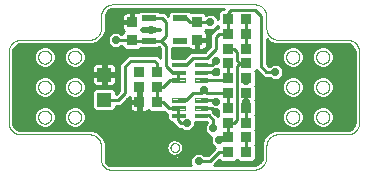
<source format=gtl>
G75*
%MOIN*%
%OFA0B0*%
%FSLAX25Y25*%
%IPPOS*%
%LPD*%
%AMOC8*
5,1,8,0,0,1.08239X$1,22.5*
%
%ADD10C,0.00000*%
%ADD11R,0.04724X0.04724*%
%ADD12R,0.03543X0.03543*%
%ADD13C,0.00394*%
%ADD14C,0.00004*%
%ADD15R,0.04724X0.02165*%
%ADD16OC8,0.02420*%
%ADD17C,0.01000*%
D10*
X0045791Y0032012D02*
X0045915Y0032010D01*
X0046038Y0032004D01*
X0046162Y0031995D01*
X0046284Y0031981D01*
X0046407Y0031964D01*
X0046529Y0031942D01*
X0046650Y0031917D01*
X0046770Y0031888D01*
X0046889Y0031856D01*
X0047008Y0031819D01*
X0047125Y0031779D01*
X0047240Y0031736D01*
X0047355Y0031688D01*
X0047467Y0031637D01*
X0047578Y0031583D01*
X0047688Y0031525D01*
X0047795Y0031464D01*
X0047901Y0031399D01*
X0048004Y0031331D01*
X0048105Y0031260D01*
X0048204Y0031186D01*
X0048301Y0031109D01*
X0048395Y0031028D01*
X0048486Y0030945D01*
X0048575Y0030859D01*
X0048661Y0030770D01*
X0048744Y0030679D01*
X0048825Y0030585D01*
X0048902Y0030488D01*
X0048976Y0030389D01*
X0049047Y0030288D01*
X0049115Y0030185D01*
X0049180Y0030079D01*
X0049241Y0029972D01*
X0049299Y0029862D01*
X0049353Y0029751D01*
X0049404Y0029639D01*
X0049452Y0029524D01*
X0049495Y0029409D01*
X0049535Y0029292D01*
X0049572Y0029173D01*
X0049604Y0029054D01*
X0049633Y0028934D01*
X0049658Y0028813D01*
X0049680Y0028691D01*
X0049697Y0028568D01*
X0049711Y0028446D01*
X0049720Y0028322D01*
X0049726Y0028199D01*
X0049728Y0028075D01*
X0049728Y0024138D01*
X0049713Y0024023D01*
X0049703Y0023907D01*
X0049696Y0023791D01*
X0049693Y0023675D01*
X0049694Y0023558D01*
X0049699Y0023442D01*
X0049708Y0023326D01*
X0049720Y0023211D01*
X0049737Y0023095D01*
X0049757Y0022981D01*
X0049781Y0022867D01*
X0049809Y0022754D01*
X0049841Y0022642D01*
X0049876Y0022532D01*
X0049915Y0022422D01*
X0049958Y0022314D01*
X0050004Y0022207D01*
X0050054Y0022102D01*
X0050108Y0021999D01*
X0050164Y0021897D01*
X0050224Y0021798D01*
X0050288Y0021700D01*
X0050354Y0021605D01*
X0050424Y0021512D01*
X0050497Y0021421D01*
X0050573Y0021333D01*
X0050652Y0021247D01*
X0050733Y0021164D01*
X0050818Y0021084D01*
X0050904Y0021007D01*
X0050994Y0020933D01*
X0051086Y0020861D01*
X0051180Y0020793D01*
X0051276Y0020728D01*
X0051375Y0020666D01*
X0051476Y0020608D01*
X0051578Y0020553D01*
X0051682Y0020501D01*
X0051788Y0020453D01*
X0051896Y0020409D01*
X0052005Y0020368D01*
X0052115Y0020331D01*
X0052226Y0020297D01*
X0052338Y0020268D01*
X0052452Y0020242D01*
X0052566Y0020219D01*
X0052681Y0020201D01*
X0099925Y0020201D01*
X0100056Y0020189D01*
X0100188Y0020180D01*
X0100320Y0020175D01*
X0100452Y0020174D01*
X0100584Y0020177D01*
X0100716Y0020184D01*
X0100848Y0020195D01*
X0100979Y0020210D01*
X0101110Y0020228D01*
X0101240Y0020251D01*
X0101369Y0020277D01*
X0101498Y0020307D01*
X0101625Y0020341D01*
X0101752Y0020379D01*
X0101877Y0020420D01*
X0102002Y0020465D01*
X0102124Y0020514D01*
X0102245Y0020566D01*
X0102365Y0020622D01*
X0102483Y0020682D01*
X0102599Y0020745D01*
X0102713Y0020811D01*
X0102825Y0020881D01*
X0102935Y0020954D01*
X0103043Y0021030D01*
X0103149Y0021110D01*
X0103252Y0021192D01*
X0103353Y0021278D01*
X0103451Y0021366D01*
X0103546Y0021457D01*
X0103639Y0021552D01*
X0103728Y0021648D01*
X0103815Y0021748D01*
X0103899Y0021850D01*
X0103980Y0021954D01*
X0104058Y0022061D01*
X0104132Y0022170D01*
X0104204Y0022281D01*
X0104272Y0022394D01*
X0104336Y0022510D01*
X0104397Y0022627D01*
X0104455Y0022745D01*
X0104509Y0022866D01*
X0104559Y0022988D01*
X0104606Y0023111D01*
X0104649Y0023236D01*
X0104689Y0023362D01*
X0104725Y0023489D01*
X0104756Y0023618D01*
X0104785Y0023747D01*
X0104809Y0023876D01*
X0104829Y0024007D01*
X0104846Y0024138D01*
X0104846Y0028075D01*
X0104848Y0028199D01*
X0104854Y0028322D01*
X0104863Y0028446D01*
X0104877Y0028568D01*
X0104894Y0028691D01*
X0104916Y0028813D01*
X0104941Y0028934D01*
X0104970Y0029054D01*
X0105002Y0029173D01*
X0105039Y0029292D01*
X0105079Y0029409D01*
X0105122Y0029524D01*
X0105170Y0029639D01*
X0105221Y0029751D01*
X0105275Y0029862D01*
X0105333Y0029972D01*
X0105394Y0030079D01*
X0105459Y0030185D01*
X0105527Y0030288D01*
X0105598Y0030389D01*
X0105672Y0030488D01*
X0105749Y0030585D01*
X0105830Y0030679D01*
X0105913Y0030770D01*
X0105999Y0030859D01*
X0106088Y0030945D01*
X0106179Y0031028D01*
X0106273Y0031109D01*
X0106370Y0031186D01*
X0106469Y0031260D01*
X0106570Y0031331D01*
X0106673Y0031399D01*
X0106779Y0031464D01*
X0106886Y0031525D01*
X0106996Y0031583D01*
X0107107Y0031637D01*
X0107219Y0031688D01*
X0107334Y0031736D01*
X0107449Y0031779D01*
X0107566Y0031819D01*
X0107685Y0031856D01*
X0107804Y0031888D01*
X0107924Y0031917D01*
X0108045Y0031942D01*
X0108167Y0031964D01*
X0108290Y0031981D01*
X0108412Y0031995D01*
X0108536Y0032004D01*
X0108659Y0032010D01*
X0108783Y0032012D01*
X0131815Y0032012D01*
X0131939Y0032014D01*
X0132062Y0032020D01*
X0132186Y0032029D01*
X0132308Y0032043D01*
X0132431Y0032060D01*
X0132553Y0032082D01*
X0132674Y0032107D01*
X0132794Y0032136D01*
X0132913Y0032168D01*
X0133032Y0032205D01*
X0133149Y0032245D01*
X0133264Y0032288D01*
X0133379Y0032336D01*
X0133491Y0032387D01*
X0133602Y0032441D01*
X0133712Y0032499D01*
X0133819Y0032560D01*
X0133925Y0032625D01*
X0134028Y0032693D01*
X0134129Y0032764D01*
X0134228Y0032838D01*
X0134325Y0032915D01*
X0134419Y0032996D01*
X0134510Y0033079D01*
X0134599Y0033165D01*
X0134685Y0033254D01*
X0134768Y0033345D01*
X0134849Y0033439D01*
X0134926Y0033536D01*
X0135000Y0033635D01*
X0135071Y0033736D01*
X0135139Y0033839D01*
X0135204Y0033945D01*
X0135265Y0034052D01*
X0135323Y0034162D01*
X0135377Y0034273D01*
X0135428Y0034385D01*
X0135476Y0034500D01*
X0135519Y0034615D01*
X0135559Y0034732D01*
X0135596Y0034851D01*
X0135628Y0034970D01*
X0135657Y0035090D01*
X0135682Y0035211D01*
X0135704Y0035333D01*
X0135721Y0035456D01*
X0135735Y0035578D01*
X0135744Y0035702D01*
X0135750Y0035825D01*
X0135752Y0035949D01*
X0135752Y0059571D01*
X0135750Y0059695D01*
X0135744Y0059818D01*
X0135735Y0059942D01*
X0135721Y0060064D01*
X0135704Y0060187D01*
X0135682Y0060309D01*
X0135657Y0060430D01*
X0135628Y0060550D01*
X0135596Y0060669D01*
X0135559Y0060788D01*
X0135519Y0060905D01*
X0135476Y0061020D01*
X0135428Y0061135D01*
X0135377Y0061247D01*
X0135323Y0061358D01*
X0135265Y0061468D01*
X0135204Y0061575D01*
X0135139Y0061681D01*
X0135071Y0061784D01*
X0135000Y0061885D01*
X0134926Y0061984D01*
X0134849Y0062081D01*
X0134768Y0062175D01*
X0134685Y0062266D01*
X0134599Y0062355D01*
X0134510Y0062441D01*
X0134419Y0062524D01*
X0134325Y0062605D01*
X0134228Y0062682D01*
X0134129Y0062756D01*
X0134028Y0062827D01*
X0133925Y0062895D01*
X0133819Y0062960D01*
X0133712Y0063021D01*
X0133602Y0063079D01*
X0133491Y0063133D01*
X0133379Y0063184D01*
X0133264Y0063232D01*
X0133149Y0063275D01*
X0133032Y0063315D01*
X0132913Y0063352D01*
X0132794Y0063384D01*
X0132674Y0063413D01*
X0132553Y0063438D01*
X0132431Y0063460D01*
X0132308Y0063477D01*
X0132186Y0063491D01*
X0132062Y0063500D01*
X0131939Y0063506D01*
X0131815Y0063508D01*
X0108783Y0063508D01*
X0108659Y0063510D01*
X0108536Y0063516D01*
X0108412Y0063525D01*
X0108290Y0063539D01*
X0108167Y0063556D01*
X0108045Y0063578D01*
X0107924Y0063603D01*
X0107804Y0063632D01*
X0107685Y0063664D01*
X0107566Y0063701D01*
X0107449Y0063741D01*
X0107334Y0063784D01*
X0107219Y0063832D01*
X0107107Y0063883D01*
X0106996Y0063937D01*
X0106886Y0063995D01*
X0106779Y0064056D01*
X0106673Y0064121D01*
X0106570Y0064189D01*
X0106469Y0064260D01*
X0106370Y0064334D01*
X0106273Y0064411D01*
X0106179Y0064492D01*
X0106088Y0064575D01*
X0105999Y0064661D01*
X0105913Y0064750D01*
X0105830Y0064841D01*
X0105749Y0064935D01*
X0105672Y0065032D01*
X0105598Y0065131D01*
X0105527Y0065232D01*
X0105459Y0065335D01*
X0105394Y0065441D01*
X0105333Y0065548D01*
X0105275Y0065658D01*
X0105221Y0065769D01*
X0105170Y0065881D01*
X0105122Y0065996D01*
X0105079Y0066111D01*
X0105039Y0066228D01*
X0105002Y0066347D01*
X0104970Y0066466D01*
X0104941Y0066586D01*
X0104916Y0066707D01*
X0104894Y0066829D01*
X0104877Y0066952D01*
X0104863Y0067074D01*
X0104854Y0067198D01*
X0104848Y0067321D01*
X0104846Y0067445D01*
X0104846Y0071382D01*
X0104844Y0071506D01*
X0104838Y0071629D01*
X0104829Y0071753D01*
X0104815Y0071875D01*
X0104798Y0071998D01*
X0104776Y0072120D01*
X0104751Y0072241D01*
X0104722Y0072361D01*
X0104690Y0072480D01*
X0104653Y0072599D01*
X0104613Y0072716D01*
X0104570Y0072831D01*
X0104522Y0072946D01*
X0104471Y0073058D01*
X0104417Y0073169D01*
X0104359Y0073279D01*
X0104298Y0073386D01*
X0104233Y0073492D01*
X0104165Y0073595D01*
X0104094Y0073696D01*
X0104020Y0073795D01*
X0103943Y0073892D01*
X0103862Y0073986D01*
X0103779Y0074077D01*
X0103693Y0074166D01*
X0103604Y0074252D01*
X0103513Y0074335D01*
X0103419Y0074416D01*
X0103322Y0074493D01*
X0103223Y0074567D01*
X0103122Y0074638D01*
X0103019Y0074706D01*
X0102913Y0074771D01*
X0102806Y0074832D01*
X0102696Y0074890D01*
X0102585Y0074944D01*
X0102473Y0074995D01*
X0102358Y0075043D01*
X0102243Y0075086D01*
X0102126Y0075126D01*
X0102007Y0075163D01*
X0101888Y0075195D01*
X0101768Y0075224D01*
X0101647Y0075249D01*
X0101525Y0075271D01*
X0101402Y0075288D01*
X0101280Y0075302D01*
X0101156Y0075311D01*
X0101033Y0075317D01*
X0100909Y0075319D01*
X0053665Y0075319D01*
X0053541Y0075317D01*
X0053418Y0075311D01*
X0053294Y0075302D01*
X0053172Y0075288D01*
X0053049Y0075271D01*
X0052927Y0075249D01*
X0052806Y0075224D01*
X0052686Y0075195D01*
X0052567Y0075163D01*
X0052448Y0075126D01*
X0052331Y0075086D01*
X0052216Y0075043D01*
X0052101Y0074995D01*
X0051989Y0074944D01*
X0051878Y0074890D01*
X0051768Y0074832D01*
X0051661Y0074771D01*
X0051555Y0074706D01*
X0051452Y0074638D01*
X0051351Y0074567D01*
X0051252Y0074493D01*
X0051155Y0074416D01*
X0051061Y0074335D01*
X0050970Y0074252D01*
X0050881Y0074166D01*
X0050795Y0074077D01*
X0050712Y0073986D01*
X0050631Y0073892D01*
X0050554Y0073795D01*
X0050480Y0073696D01*
X0050409Y0073595D01*
X0050341Y0073492D01*
X0050276Y0073386D01*
X0050215Y0073279D01*
X0050157Y0073169D01*
X0050103Y0073058D01*
X0050052Y0072946D01*
X0050004Y0072831D01*
X0049961Y0072716D01*
X0049921Y0072599D01*
X0049884Y0072480D01*
X0049852Y0072361D01*
X0049823Y0072241D01*
X0049798Y0072120D01*
X0049776Y0071998D01*
X0049759Y0071875D01*
X0049745Y0071753D01*
X0049736Y0071629D01*
X0049730Y0071506D01*
X0049728Y0071382D01*
X0049728Y0067445D01*
X0049726Y0067321D01*
X0049720Y0067198D01*
X0049711Y0067074D01*
X0049697Y0066952D01*
X0049680Y0066829D01*
X0049658Y0066707D01*
X0049633Y0066586D01*
X0049604Y0066466D01*
X0049572Y0066347D01*
X0049535Y0066228D01*
X0049495Y0066111D01*
X0049452Y0065996D01*
X0049404Y0065881D01*
X0049353Y0065769D01*
X0049299Y0065658D01*
X0049241Y0065548D01*
X0049180Y0065441D01*
X0049115Y0065335D01*
X0049047Y0065232D01*
X0048976Y0065131D01*
X0048902Y0065032D01*
X0048825Y0064935D01*
X0048744Y0064841D01*
X0048661Y0064750D01*
X0048575Y0064661D01*
X0048486Y0064575D01*
X0048395Y0064492D01*
X0048301Y0064411D01*
X0048204Y0064334D01*
X0048105Y0064260D01*
X0048004Y0064189D01*
X0047901Y0064121D01*
X0047795Y0064056D01*
X0047688Y0063995D01*
X0047578Y0063937D01*
X0047467Y0063883D01*
X0047355Y0063832D01*
X0047240Y0063784D01*
X0047125Y0063741D01*
X0047008Y0063701D01*
X0046889Y0063664D01*
X0046770Y0063632D01*
X0046650Y0063603D01*
X0046529Y0063578D01*
X0046407Y0063556D01*
X0046284Y0063539D01*
X0046162Y0063525D01*
X0046038Y0063516D01*
X0045915Y0063510D01*
X0045791Y0063508D01*
X0022898Y0063508D01*
X0022774Y0063506D01*
X0022651Y0063500D01*
X0022527Y0063491D01*
X0022405Y0063477D01*
X0022282Y0063460D01*
X0022160Y0063438D01*
X0022039Y0063413D01*
X0021919Y0063384D01*
X0021800Y0063352D01*
X0021681Y0063315D01*
X0021564Y0063275D01*
X0021449Y0063232D01*
X0021334Y0063184D01*
X0021222Y0063133D01*
X0021111Y0063079D01*
X0021001Y0063021D01*
X0020894Y0062960D01*
X0020788Y0062895D01*
X0020685Y0062827D01*
X0020584Y0062756D01*
X0020485Y0062682D01*
X0020388Y0062605D01*
X0020294Y0062524D01*
X0020203Y0062441D01*
X0020114Y0062355D01*
X0020028Y0062266D01*
X0019945Y0062175D01*
X0019864Y0062081D01*
X0019787Y0061984D01*
X0019713Y0061885D01*
X0019642Y0061784D01*
X0019574Y0061681D01*
X0019509Y0061575D01*
X0019448Y0061468D01*
X0019390Y0061358D01*
X0019336Y0061247D01*
X0019285Y0061135D01*
X0019237Y0061020D01*
X0019194Y0060905D01*
X0019154Y0060788D01*
X0019117Y0060669D01*
X0019085Y0060550D01*
X0019056Y0060430D01*
X0019031Y0060309D01*
X0019009Y0060187D01*
X0018992Y0060064D01*
X0018978Y0059942D01*
X0018969Y0059818D01*
X0018963Y0059695D01*
X0018961Y0059571D01*
X0018961Y0035949D01*
X0018963Y0035825D01*
X0018969Y0035702D01*
X0018978Y0035578D01*
X0018992Y0035456D01*
X0019009Y0035333D01*
X0019031Y0035211D01*
X0019056Y0035090D01*
X0019085Y0034970D01*
X0019117Y0034851D01*
X0019154Y0034732D01*
X0019194Y0034615D01*
X0019237Y0034500D01*
X0019285Y0034385D01*
X0019336Y0034273D01*
X0019390Y0034162D01*
X0019448Y0034052D01*
X0019509Y0033945D01*
X0019574Y0033839D01*
X0019642Y0033736D01*
X0019713Y0033635D01*
X0019787Y0033536D01*
X0019864Y0033439D01*
X0019945Y0033345D01*
X0020028Y0033254D01*
X0020114Y0033165D01*
X0020203Y0033079D01*
X0020294Y0032996D01*
X0020388Y0032915D01*
X0020485Y0032838D01*
X0020584Y0032764D01*
X0020685Y0032693D01*
X0020788Y0032625D01*
X0020894Y0032560D01*
X0021001Y0032499D01*
X0021111Y0032441D01*
X0021222Y0032387D01*
X0021334Y0032336D01*
X0021449Y0032288D01*
X0021564Y0032245D01*
X0021681Y0032205D01*
X0021800Y0032168D01*
X0021919Y0032136D01*
X0022039Y0032107D01*
X0022160Y0032082D01*
X0022282Y0032060D01*
X0022405Y0032043D01*
X0022527Y0032029D01*
X0022651Y0032020D01*
X0022774Y0032014D01*
X0022898Y0032012D01*
X0045791Y0032012D01*
X0038784Y0037760D02*
X0038786Y0037853D01*
X0038792Y0037945D01*
X0038802Y0038037D01*
X0038816Y0038128D01*
X0038833Y0038219D01*
X0038855Y0038309D01*
X0038880Y0038398D01*
X0038909Y0038486D01*
X0038942Y0038572D01*
X0038979Y0038657D01*
X0039019Y0038741D01*
X0039063Y0038822D01*
X0039110Y0038902D01*
X0039160Y0038980D01*
X0039214Y0039055D01*
X0039271Y0039128D01*
X0039331Y0039198D01*
X0039394Y0039266D01*
X0039460Y0039331D01*
X0039528Y0039393D01*
X0039599Y0039453D01*
X0039673Y0039509D01*
X0039749Y0039562D01*
X0039827Y0039611D01*
X0039907Y0039658D01*
X0039989Y0039700D01*
X0040073Y0039740D01*
X0040158Y0039775D01*
X0040245Y0039807D01*
X0040333Y0039836D01*
X0040422Y0039860D01*
X0040512Y0039881D01*
X0040603Y0039897D01*
X0040695Y0039910D01*
X0040787Y0039919D01*
X0040880Y0039924D01*
X0040972Y0039925D01*
X0041065Y0039922D01*
X0041157Y0039915D01*
X0041249Y0039904D01*
X0041340Y0039889D01*
X0041431Y0039871D01*
X0041521Y0039848D01*
X0041609Y0039822D01*
X0041697Y0039792D01*
X0041783Y0039758D01*
X0041867Y0039721D01*
X0041950Y0039679D01*
X0042031Y0039635D01*
X0042111Y0039587D01*
X0042188Y0039536D01*
X0042262Y0039481D01*
X0042335Y0039423D01*
X0042405Y0039363D01*
X0042472Y0039299D01*
X0042536Y0039233D01*
X0042598Y0039163D01*
X0042656Y0039092D01*
X0042711Y0039018D01*
X0042763Y0038941D01*
X0042812Y0038862D01*
X0042858Y0038782D01*
X0042900Y0038699D01*
X0042938Y0038615D01*
X0042973Y0038529D01*
X0043004Y0038442D01*
X0043031Y0038354D01*
X0043054Y0038264D01*
X0043074Y0038174D01*
X0043090Y0038083D01*
X0043102Y0037991D01*
X0043110Y0037899D01*
X0043114Y0037806D01*
X0043114Y0037714D01*
X0043110Y0037621D01*
X0043102Y0037529D01*
X0043090Y0037437D01*
X0043074Y0037346D01*
X0043054Y0037256D01*
X0043031Y0037166D01*
X0043004Y0037078D01*
X0042973Y0036991D01*
X0042938Y0036905D01*
X0042900Y0036821D01*
X0042858Y0036738D01*
X0042812Y0036658D01*
X0042763Y0036579D01*
X0042711Y0036502D01*
X0042656Y0036428D01*
X0042598Y0036357D01*
X0042536Y0036287D01*
X0042472Y0036221D01*
X0042405Y0036157D01*
X0042335Y0036097D01*
X0042262Y0036039D01*
X0042188Y0035984D01*
X0042111Y0035933D01*
X0042032Y0035885D01*
X0041950Y0035841D01*
X0041867Y0035799D01*
X0041783Y0035762D01*
X0041697Y0035728D01*
X0041609Y0035698D01*
X0041521Y0035672D01*
X0041431Y0035649D01*
X0041340Y0035631D01*
X0041249Y0035616D01*
X0041157Y0035605D01*
X0041065Y0035598D01*
X0040972Y0035595D01*
X0040880Y0035596D01*
X0040787Y0035601D01*
X0040695Y0035610D01*
X0040603Y0035623D01*
X0040512Y0035639D01*
X0040422Y0035660D01*
X0040333Y0035684D01*
X0040245Y0035713D01*
X0040158Y0035745D01*
X0040073Y0035780D01*
X0039989Y0035820D01*
X0039907Y0035862D01*
X0039827Y0035909D01*
X0039749Y0035958D01*
X0039673Y0036011D01*
X0039599Y0036067D01*
X0039528Y0036127D01*
X0039460Y0036189D01*
X0039394Y0036254D01*
X0039331Y0036322D01*
X0039271Y0036392D01*
X0039214Y0036465D01*
X0039160Y0036540D01*
X0039110Y0036618D01*
X0039063Y0036698D01*
X0039019Y0036779D01*
X0038979Y0036863D01*
X0038942Y0036948D01*
X0038909Y0037034D01*
X0038880Y0037122D01*
X0038855Y0037211D01*
X0038833Y0037301D01*
X0038816Y0037392D01*
X0038802Y0037483D01*
X0038792Y0037575D01*
X0038786Y0037667D01*
X0038784Y0037760D01*
X0028784Y0037760D02*
X0028786Y0037853D01*
X0028792Y0037945D01*
X0028802Y0038037D01*
X0028816Y0038128D01*
X0028833Y0038219D01*
X0028855Y0038309D01*
X0028880Y0038398D01*
X0028909Y0038486D01*
X0028942Y0038572D01*
X0028979Y0038657D01*
X0029019Y0038741D01*
X0029063Y0038822D01*
X0029110Y0038902D01*
X0029160Y0038980D01*
X0029214Y0039055D01*
X0029271Y0039128D01*
X0029331Y0039198D01*
X0029394Y0039266D01*
X0029460Y0039331D01*
X0029528Y0039393D01*
X0029599Y0039453D01*
X0029673Y0039509D01*
X0029749Y0039562D01*
X0029827Y0039611D01*
X0029907Y0039658D01*
X0029989Y0039700D01*
X0030073Y0039740D01*
X0030158Y0039775D01*
X0030245Y0039807D01*
X0030333Y0039836D01*
X0030422Y0039860D01*
X0030512Y0039881D01*
X0030603Y0039897D01*
X0030695Y0039910D01*
X0030787Y0039919D01*
X0030880Y0039924D01*
X0030972Y0039925D01*
X0031065Y0039922D01*
X0031157Y0039915D01*
X0031249Y0039904D01*
X0031340Y0039889D01*
X0031431Y0039871D01*
X0031521Y0039848D01*
X0031609Y0039822D01*
X0031697Y0039792D01*
X0031783Y0039758D01*
X0031867Y0039721D01*
X0031950Y0039679D01*
X0032031Y0039635D01*
X0032111Y0039587D01*
X0032188Y0039536D01*
X0032262Y0039481D01*
X0032335Y0039423D01*
X0032405Y0039363D01*
X0032472Y0039299D01*
X0032536Y0039233D01*
X0032598Y0039163D01*
X0032656Y0039092D01*
X0032711Y0039018D01*
X0032763Y0038941D01*
X0032812Y0038862D01*
X0032858Y0038782D01*
X0032900Y0038699D01*
X0032938Y0038615D01*
X0032973Y0038529D01*
X0033004Y0038442D01*
X0033031Y0038354D01*
X0033054Y0038264D01*
X0033074Y0038174D01*
X0033090Y0038083D01*
X0033102Y0037991D01*
X0033110Y0037899D01*
X0033114Y0037806D01*
X0033114Y0037714D01*
X0033110Y0037621D01*
X0033102Y0037529D01*
X0033090Y0037437D01*
X0033074Y0037346D01*
X0033054Y0037256D01*
X0033031Y0037166D01*
X0033004Y0037078D01*
X0032973Y0036991D01*
X0032938Y0036905D01*
X0032900Y0036821D01*
X0032858Y0036738D01*
X0032812Y0036658D01*
X0032763Y0036579D01*
X0032711Y0036502D01*
X0032656Y0036428D01*
X0032598Y0036357D01*
X0032536Y0036287D01*
X0032472Y0036221D01*
X0032405Y0036157D01*
X0032335Y0036097D01*
X0032262Y0036039D01*
X0032188Y0035984D01*
X0032111Y0035933D01*
X0032032Y0035885D01*
X0031950Y0035841D01*
X0031867Y0035799D01*
X0031783Y0035762D01*
X0031697Y0035728D01*
X0031609Y0035698D01*
X0031521Y0035672D01*
X0031431Y0035649D01*
X0031340Y0035631D01*
X0031249Y0035616D01*
X0031157Y0035605D01*
X0031065Y0035598D01*
X0030972Y0035595D01*
X0030880Y0035596D01*
X0030787Y0035601D01*
X0030695Y0035610D01*
X0030603Y0035623D01*
X0030512Y0035639D01*
X0030422Y0035660D01*
X0030333Y0035684D01*
X0030245Y0035713D01*
X0030158Y0035745D01*
X0030073Y0035780D01*
X0029989Y0035820D01*
X0029907Y0035862D01*
X0029827Y0035909D01*
X0029749Y0035958D01*
X0029673Y0036011D01*
X0029599Y0036067D01*
X0029528Y0036127D01*
X0029460Y0036189D01*
X0029394Y0036254D01*
X0029331Y0036322D01*
X0029271Y0036392D01*
X0029214Y0036465D01*
X0029160Y0036540D01*
X0029110Y0036618D01*
X0029063Y0036698D01*
X0029019Y0036779D01*
X0028979Y0036863D01*
X0028942Y0036948D01*
X0028909Y0037034D01*
X0028880Y0037122D01*
X0028855Y0037211D01*
X0028833Y0037301D01*
X0028816Y0037392D01*
X0028802Y0037483D01*
X0028792Y0037575D01*
X0028786Y0037667D01*
X0028784Y0037760D01*
X0028784Y0047760D02*
X0028786Y0047853D01*
X0028792Y0047945D01*
X0028802Y0048037D01*
X0028816Y0048128D01*
X0028833Y0048219D01*
X0028855Y0048309D01*
X0028880Y0048398D01*
X0028909Y0048486D01*
X0028942Y0048572D01*
X0028979Y0048657D01*
X0029019Y0048741D01*
X0029063Y0048822D01*
X0029110Y0048902D01*
X0029160Y0048980D01*
X0029214Y0049055D01*
X0029271Y0049128D01*
X0029331Y0049198D01*
X0029394Y0049266D01*
X0029460Y0049331D01*
X0029528Y0049393D01*
X0029599Y0049453D01*
X0029673Y0049509D01*
X0029749Y0049562D01*
X0029827Y0049611D01*
X0029907Y0049658D01*
X0029989Y0049700D01*
X0030073Y0049740D01*
X0030158Y0049775D01*
X0030245Y0049807D01*
X0030333Y0049836D01*
X0030422Y0049860D01*
X0030512Y0049881D01*
X0030603Y0049897D01*
X0030695Y0049910D01*
X0030787Y0049919D01*
X0030880Y0049924D01*
X0030972Y0049925D01*
X0031065Y0049922D01*
X0031157Y0049915D01*
X0031249Y0049904D01*
X0031340Y0049889D01*
X0031431Y0049871D01*
X0031521Y0049848D01*
X0031609Y0049822D01*
X0031697Y0049792D01*
X0031783Y0049758D01*
X0031867Y0049721D01*
X0031950Y0049679D01*
X0032031Y0049635D01*
X0032111Y0049587D01*
X0032188Y0049536D01*
X0032262Y0049481D01*
X0032335Y0049423D01*
X0032405Y0049363D01*
X0032472Y0049299D01*
X0032536Y0049233D01*
X0032598Y0049163D01*
X0032656Y0049092D01*
X0032711Y0049018D01*
X0032763Y0048941D01*
X0032812Y0048862D01*
X0032858Y0048782D01*
X0032900Y0048699D01*
X0032938Y0048615D01*
X0032973Y0048529D01*
X0033004Y0048442D01*
X0033031Y0048354D01*
X0033054Y0048264D01*
X0033074Y0048174D01*
X0033090Y0048083D01*
X0033102Y0047991D01*
X0033110Y0047899D01*
X0033114Y0047806D01*
X0033114Y0047714D01*
X0033110Y0047621D01*
X0033102Y0047529D01*
X0033090Y0047437D01*
X0033074Y0047346D01*
X0033054Y0047256D01*
X0033031Y0047166D01*
X0033004Y0047078D01*
X0032973Y0046991D01*
X0032938Y0046905D01*
X0032900Y0046821D01*
X0032858Y0046738D01*
X0032812Y0046658D01*
X0032763Y0046579D01*
X0032711Y0046502D01*
X0032656Y0046428D01*
X0032598Y0046357D01*
X0032536Y0046287D01*
X0032472Y0046221D01*
X0032405Y0046157D01*
X0032335Y0046097D01*
X0032262Y0046039D01*
X0032188Y0045984D01*
X0032111Y0045933D01*
X0032032Y0045885D01*
X0031950Y0045841D01*
X0031867Y0045799D01*
X0031783Y0045762D01*
X0031697Y0045728D01*
X0031609Y0045698D01*
X0031521Y0045672D01*
X0031431Y0045649D01*
X0031340Y0045631D01*
X0031249Y0045616D01*
X0031157Y0045605D01*
X0031065Y0045598D01*
X0030972Y0045595D01*
X0030880Y0045596D01*
X0030787Y0045601D01*
X0030695Y0045610D01*
X0030603Y0045623D01*
X0030512Y0045639D01*
X0030422Y0045660D01*
X0030333Y0045684D01*
X0030245Y0045713D01*
X0030158Y0045745D01*
X0030073Y0045780D01*
X0029989Y0045820D01*
X0029907Y0045862D01*
X0029827Y0045909D01*
X0029749Y0045958D01*
X0029673Y0046011D01*
X0029599Y0046067D01*
X0029528Y0046127D01*
X0029460Y0046189D01*
X0029394Y0046254D01*
X0029331Y0046322D01*
X0029271Y0046392D01*
X0029214Y0046465D01*
X0029160Y0046540D01*
X0029110Y0046618D01*
X0029063Y0046698D01*
X0029019Y0046779D01*
X0028979Y0046863D01*
X0028942Y0046948D01*
X0028909Y0047034D01*
X0028880Y0047122D01*
X0028855Y0047211D01*
X0028833Y0047301D01*
X0028816Y0047392D01*
X0028802Y0047483D01*
X0028792Y0047575D01*
X0028786Y0047667D01*
X0028784Y0047760D01*
X0038784Y0047760D02*
X0038786Y0047853D01*
X0038792Y0047945D01*
X0038802Y0048037D01*
X0038816Y0048128D01*
X0038833Y0048219D01*
X0038855Y0048309D01*
X0038880Y0048398D01*
X0038909Y0048486D01*
X0038942Y0048572D01*
X0038979Y0048657D01*
X0039019Y0048741D01*
X0039063Y0048822D01*
X0039110Y0048902D01*
X0039160Y0048980D01*
X0039214Y0049055D01*
X0039271Y0049128D01*
X0039331Y0049198D01*
X0039394Y0049266D01*
X0039460Y0049331D01*
X0039528Y0049393D01*
X0039599Y0049453D01*
X0039673Y0049509D01*
X0039749Y0049562D01*
X0039827Y0049611D01*
X0039907Y0049658D01*
X0039989Y0049700D01*
X0040073Y0049740D01*
X0040158Y0049775D01*
X0040245Y0049807D01*
X0040333Y0049836D01*
X0040422Y0049860D01*
X0040512Y0049881D01*
X0040603Y0049897D01*
X0040695Y0049910D01*
X0040787Y0049919D01*
X0040880Y0049924D01*
X0040972Y0049925D01*
X0041065Y0049922D01*
X0041157Y0049915D01*
X0041249Y0049904D01*
X0041340Y0049889D01*
X0041431Y0049871D01*
X0041521Y0049848D01*
X0041609Y0049822D01*
X0041697Y0049792D01*
X0041783Y0049758D01*
X0041867Y0049721D01*
X0041950Y0049679D01*
X0042031Y0049635D01*
X0042111Y0049587D01*
X0042188Y0049536D01*
X0042262Y0049481D01*
X0042335Y0049423D01*
X0042405Y0049363D01*
X0042472Y0049299D01*
X0042536Y0049233D01*
X0042598Y0049163D01*
X0042656Y0049092D01*
X0042711Y0049018D01*
X0042763Y0048941D01*
X0042812Y0048862D01*
X0042858Y0048782D01*
X0042900Y0048699D01*
X0042938Y0048615D01*
X0042973Y0048529D01*
X0043004Y0048442D01*
X0043031Y0048354D01*
X0043054Y0048264D01*
X0043074Y0048174D01*
X0043090Y0048083D01*
X0043102Y0047991D01*
X0043110Y0047899D01*
X0043114Y0047806D01*
X0043114Y0047714D01*
X0043110Y0047621D01*
X0043102Y0047529D01*
X0043090Y0047437D01*
X0043074Y0047346D01*
X0043054Y0047256D01*
X0043031Y0047166D01*
X0043004Y0047078D01*
X0042973Y0046991D01*
X0042938Y0046905D01*
X0042900Y0046821D01*
X0042858Y0046738D01*
X0042812Y0046658D01*
X0042763Y0046579D01*
X0042711Y0046502D01*
X0042656Y0046428D01*
X0042598Y0046357D01*
X0042536Y0046287D01*
X0042472Y0046221D01*
X0042405Y0046157D01*
X0042335Y0046097D01*
X0042262Y0046039D01*
X0042188Y0045984D01*
X0042111Y0045933D01*
X0042032Y0045885D01*
X0041950Y0045841D01*
X0041867Y0045799D01*
X0041783Y0045762D01*
X0041697Y0045728D01*
X0041609Y0045698D01*
X0041521Y0045672D01*
X0041431Y0045649D01*
X0041340Y0045631D01*
X0041249Y0045616D01*
X0041157Y0045605D01*
X0041065Y0045598D01*
X0040972Y0045595D01*
X0040880Y0045596D01*
X0040787Y0045601D01*
X0040695Y0045610D01*
X0040603Y0045623D01*
X0040512Y0045639D01*
X0040422Y0045660D01*
X0040333Y0045684D01*
X0040245Y0045713D01*
X0040158Y0045745D01*
X0040073Y0045780D01*
X0039989Y0045820D01*
X0039907Y0045862D01*
X0039827Y0045909D01*
X0039749Y0045958D01*
X0039673Y0046011D01*
X0039599Y0046067D01*
X0039528Y0046127D01*
X0039460Y0046189D01*
X0039394Y0046254D01*
X0039331Y0046322D01*
X0039271Y0046392D01*
X0039214Y0046465D01*
X0039160Y0046540D01*
X0039110Y0046618D01*
X0039063Y0046698D01*
X0039019Y0046779D01*
X0038979Y0046863D01*
X0038942Y0046948D01*
X0038909Y0047034D01*
X0038880Y0047122D01*
X0038855Y0047211D01*
X0038833Y0047301D01*
X0038816Y0047392D01*
X0038802Y0047483D01*
X0038792Y0047575D01*
X0038786Y0047667D01*
X0038784Y0047760D01*
X0038784Y0057760D02*
X0038786Y0057853D01*
X0038792Y0057945D01*
X0038802Y0058037D01*
X0038816Y0058128D01*
X0038833Y0058219D01*
X0038855Y0058309D01*
X0038880Y0058398D01*
X0038909Y0058486D01*
X0038942Y0058572D01*
X0038979Y0058657D01*
X0039019Y0058741D01*
X0039063Y0058822D01*
X0039110Y0058902D01*
X0039160Y0058980D01*
X0039214Y0059055D01*
X0039271Y0059128D01*
X0039331Y0059198D01*
X0039394Y0059266D01*
X0039460Y0059331D01*
X0039528Y0059393D01*
X0039599Y0059453D01*
X0039673Y0059509D01*
X0039749Y0059562D01*
X0039827Y0059611D01*
X0039907Y0059658D01*
X0039989Y0059700D01*
X0040073Y0059740D01*
X0040158Y0059775D01*
X0040245Y0059807D01*
X0040333Y0059836D01*
X0040422Y0059860D01*
X0040512Y0059881D01*
X0040603Y0059897D01*
X0040695Y0059910D01*
X0040787Y0059919D01*
X0040880Y0059924D01*
X0040972Y0059925D01*
X0041065Y0059922D01*
X0041157Y0059915D01*
X0041249Y0059904D01*
X0041340Y0059889D01*
X0041431Y0059871D01*
X0041521Y0059848D01*
X0041609Y0059822D01*
X0041697Y0059792D01*
X0041783Y0059758D01*
X0041867Y0059721D01*
X0041950Y0059679D01*
X0042031Y0059635D01*
X0042111Y0059587D01*
X0042188Y0059536D01*
X0042262Y0059481D01*
X0042335Y0059423D01*
X0042405Y0059363D01*
X0042472Y0059299D01*
X0042536Y0059233D01*
X0042598Y0059163D01*
X0042656Y0059092D01*
X0042711Y0059018D01*
X0042763Y0058941D01*
X0042812Y0058862D01*
X0042858Y0058782D01*
X0042900Y0058699D01*
X0042938Y0058615D01*
X0042973Y0058529D01*
X0043004Y0058442D01*
X0043031Y0058354D01*
X0043054Y0058264D01*
X0043074Y0058174D01*
X0043090Y0058083D01*
X0043102Y0057991D01*
X0043110Y0057899D01*
X0043114Y0057806D01*
X0043114Y0057714D01*
X0043110Y0057621D01*
X0043102Y0057529D01*
X0043090Y0057437D01*
X0043074Y0057346D01*
X0043054Y0057256D01*
X0043031Y0057166D01*
X0043004Y0057078D01*
X0042973Y0056991D01*
X0042938Y0056905D01*
X0042900Y0056821D01*
X0042858Y0056738D01*
X0042812Y0056658D01*
X0042763Y0056579D01*
X0042711Y0056502D01*
X0042656Y0056428D01*
X0042598Y0056357D01*
X0042536Y0056287D01*
X0042472Y0056221D01*
X0042405Y0056157D01*
X0042335Y0056097D01*
X0042262Y0056039D01*
X0042188Y0055984D01*
X0042111Y0055933D01*
X0042032Y0055885D01*
X0041950Y0055841D01*
X0041867Y0055799D01*
X0041783Y0055762D01*
X0041697Y0055728D01*
X0041609Y0055698D01*
X0041521Y0055672D01*
X0041431Y0055649D01*
X0041340Y0055631D01*
X0041249Y0055616D01*
X0041157Y0055605D01*
X0041065Y0055598D01*
X0040972Y0055595D01*
X0040880Y0055596D01*
X0040787Y0055601D01*
X0040695Y0055610D01*
X0040603Y0055623D01*
X0040512Y0055639D01*
X0040422Y0055660D01*
X0040333Y0055684D01*
X0040245Y0055713D01*
X0040158Y0055745D01*
X0040073Y0055780D01*
X0039989Y0055820D01*
X0039907Y0055862D01*
X0039827Y0055909D01*
X0039749Y0055958D01*
X0039673Y0056011D01*
X0039599Y0056067D01*
X0039528Y0056127D01*
X0039460Y0056189D01*
X0039394Y0056254D01*
X0039331Y0056322D01*
X0039271Y0056392D01*
X0039214Y0056465D01*
X0039160Y0056540D01*
X0039110Y0056618D01*
X0039063Y0056698D01*
X0039019Y0056779D01*
X0038979Y0056863D01*
X0038942Y0056948D01*
X0038909Y0057034D01*
X0038880Y0057122D01*
X0038855Y0057211D01*
X0038833Y0057301D01*
X0038816Y0057392D01*
X0038802Y0057483D01*
X0038792Y0057575D01*
X0038786Y0057667D01*
X0038784Y0057760D01*
X0028784Y0057760D02*
X0028786Y0057853D01*
X0028792Y0057945D01*
X0028802Y0058037D01*
X0028816Y0058128D01*
X0028833Y0058219D01*
X0028855Y0058309D01*
X0028880Y0058398D01*
X0028909Y0058486D01*
X0028942Y0058572D01*
X0028979Y0058657D01*
X0029019Y0058741D01*
X0029063Y0058822D01*
X0029110Y0058902D01*
X0029160Y0058980D01*
X0029214Y0059055D01*
X0029271Y0059128D01*
X0029331Y0059198D01*
X0029394Y0059266D01*
X0029460Y0059331D01*
X0029528Y0059393D01*
X0029599Y0059453D01*
X0029673Y0059509D01*
X0029749Y0059562D01*
X0029827Y0059611D01*
X0029907Y0059658D01*
X0029989Y0059700D01*
X0030073Y0059740D01*
X0030158Y0059775D01*
X0030245Y0059807D01*
X0030333Y0059836D01*
X0030422Y0059860D01*
X0030512Y0059881D01*
X0030603Y0059897D01*
X0030695Y0059910D01*
X0030787Y0059919D01*
X0030880Y0059924D01*
X0030972Y0059925D01*
X0031065Y0059922D01*
X0031157Y0059915D01*
X0031249Y0059904D01*
X0031340Y0059889D01*
X0031431Y0059871D01*
X0031521Y0059848D01*
X0031609Y0059822D01*
X0031697Y0059792D01*
X0031783Y0059758D01*
X0031867Y0059721D01*
X0031950Y0059679D01*
X0032031Y0059635D01*
X0032111Y0059587D01*
X0032188Y0059536D01*
X0032262Y0059481D01*
X0032335Y0059423D01*
X0032405Y0059363D01*
X0032472Y0059299D01*
X0032536Y0059233D01*
X0032598Y0059163D01*
X0032656Y0059092D01*
X0032711Y0059018D01*
X0032763Y0058941D01*
X0032812Y0058862D01*
X0032858Y0058782D01*
X0032900Y0058699D01*
X0032938Y0058615D01*
X0032973Y0058529D01*
X0033004Y0058442D01*
X0033031Y0058354D01*
X0033054Y0058264D01*
X0033074Y0058174D01*
X0033090Y0058083D01*
X0033102Y0057991D01*
X0033110Y0057899D01*
X0033114Y0057806D01*
X0033114Y0057714D01*
X0033110Y0057621D01*
X0033102Y0057529D01*
X0033090Y0057437D01*
X0033074Y0057346D01*
X0033054Y0057256D01*
X0033031Y0057166D01*
X0033004Y0057078D01*
X0032973Y0056991D01*
X0032938Y0056905D01*
X0032900Y0056821D01*
X0032858Y0056738D01*
X0032812Y0056658D01*
X0032763Y0056579D01*
X0032711Y0056502D01*
X0032656Y0056428D01*
X0032598Y0056357D01*
X0032536Y0056287D01*
X0032472Y0056221D01*
X0032405Y0056157D01*
X0032335Y0056097D01*
X0032262Y0056039D01*
X0032188Y0055984D01*
X0032111Y0055933D01*
X0032032Y0055885D01*
X0031950Y0055841D01*
X0031867Y0055799D01*
X0031783Y0055762D01*
X0031697Y0055728D01*
X0031609Y0055698D01*
X0031521Y0055672D01*
X0031431Y0055649D01*
X0031340Y0055631D01*
X0031249Y0055616D01*
X0031157Y0055605D01*
X0031065Y0055598D01*
X0030972Y0055595D01*
X0030880Y0055596D01*
X0030787Y0055601D01*
X0030695Y0055610D01*
X0030603Y0055623D01*
X0030512Y0055639D01*
X0030422Y0055660D01*
X0030333Y0055684D01*
X0030245Y0055713D01*
X0030158Y0055745D01*
X0030073Y0055780D01*
X0029989Y0055820D01*
X0029907Y0055862D01*
X0029827Y0055909D01*
X0029749Y0055958D01*
X0029673Y0056011D01*
X0029599Y0056067D01*
X0029528Y0056127D01*
X0029460Y0056189D01*
X0029394Y0056254D01*
X0029331Y0056322D01*
X0029271Y0056392D01*
X0029214Y0056465D01*
X0029160Y0056540D01*
X0029110Y0056618D01*
X0029063Y0056698D01*
X0029019Y0056779D01*
X0028979Y0056863D01*
X0028942Y0056948D01*
X0028909Y0057034D01*
X0028880Y0057122D01*
X0028855Y0057211D01*
X0028833Y0057301D01*
X0028816Y0057392D01*
X0028802Y0057483D01*
X0028792Y0057575D01*
X0028786Y0057667D01*
X0028784Y0057760D01*
X0111461Y0057760D02*
X0111463Y0057853D01*
X0111469Y0057945D01*
X0111479Y0058037D01*
X0111493Y0058128D01*
X0111510Y0058219D01*
X0111532Y0058309D01*
X0111557Y0058398D01*
X0111586Y0058486D01*
X0111619Y0058572D01*
X0111656Y0058657D01*
X0111696Y0058741D01*
X0111740Y0058822D01*
X0111787Y0058902D01*
X0111837Y0058980D01*
X0111891Y0059055D01*
X0111948Y0059128D01*
X0112008Y0059198D01*
X0112071Y0059266D01*
X0112137Y0059331D01*
X0112205Y0059393D01*
X0112276Y0059453D01*
X0112350Y0059509D01*
X0112426Y0059562D01*
X0112504Y0059611D01*
X0112584Y0059658D01*
X0112666Y0059700D01*
X0112750Y0059740D01*
X0112835Y0059775D01*
X0112922Y0059807D01*
X0113010Y0059836D01*
X0113099Y0059860D01*
X0113189Y0059881D01*
X0113280Y0059897D01*
X0113372Y0059910D01*
X0113464Y0059919D01*
X0113557Y0059924D01*
X0113649Y0059925D01*
X0113742Y0059922D01*
X0113834Y0059915D01*
X0113926Y0059904D01*
X0114017Y0059889D01*
X0114108Y0059871D01*
X0114198Y0059848D01*
X0114286Y0059822D01*
X0114374Y0059792D01*
X0114460Y0059758D01*
X0114544Y0059721D01*
X0114627Y0059679D01*
X0114708Y0059635D01*
X0114788Y0059587D01*
X0114865Y0059536D01*
X0114939Y0059481D01*
X0115012Y0059423D01*
X0115082Y0059363D01*
X0115149Y0059299D01*
X0115213Y0059233D01*
X0115275Y0059163D01*
X0115333Y0059092D01*
X0115388Y0059018D01*
X0115440Y0058941D01*
X0115489Y0058862D01*
X0115535Y0058782D01*
X0115577Y0058699D01*
X0115615Y0058615D01*
X0115650Y0058529D01*
X0115681Y0058442D01*
X0115708Y0058354D01*
X0115731Y0058264D01*
X0115751Y0058174D01*
X0115767Y0058083D01*
X0115779Y0057991D01*
X0115787Y0057899D01*
X0115791Y0057806D01*
X0115791Y0057714D01*
X0115787Y0057621D01*
X0115779Y0057529D01*
X0115767Y0057437D01*
X0115751Y0057346D01*
X0115731Y0057256D01*
X0115708Y0057166D01*
X0115681Y0057078D01*
X0115650Y0056991D01*
X0115615Y0056905D01*
X0115577Y0056821D01*
X0115535Y0056738D01*
X0115489Y0056658D01*
X0115440Y0056579D01*
X0115388Y0056502D01*
X0115333Y0056428D01*
X0115275Y0056357D01*
X0115213Y0056287D01*
X0115149Y0056221D01*
X0115082Y0056157D01*
X0115012Y0056097D01*
X0114939Y0056039D01*
X0114865Y0055984D01*
X0114788Y0055933D01*
X0114709Y0055885D01*
X0114627Y0055841D01*
X0114544Y0055799D01*
X0114460Y0055762D01*
X0114374Y0055728D01*
X0114286Y0055698D01*
X0114198Y0055672D01*
X0114108Y0055649D01*
X0114017Y0055631D01*
X0113926Y0055616D01*
X0113834Y0055605D01*
X0113742Y0055598D01*
X0113649Y0055595D01*
X0113557Y0055596D01*
X0113464Y0055601D01*
X0113372Y0055610D01*
X0113280Y0055623D01*
X0113189Y0055639D01*
X0113099Y0055660D01*
X0113010Y0055684D01*
X0112922Y0055713D01*
X0112835Y0055745D01*
X0112750Y0055780D01*
X0112666Y0055820D01*
X0112584Y0055862D01*
X0112504Y0055909D01*
X0112426Y0055958D01*
X0112350Y0056011D01*
X0112276Y0056067D01*
X0112205Y0056127D01*
X0112137Y0056189D01*
X0112071Y0056254D01*
X0112008Y0056322D01*
X0111948Y0056392D01*
X0111891Y0056465D01*
X0111837Y0056540D01*
X0111787Y0056618D01*
X0111740Y0056698D01*
X0111696Y0056779D01*
X0111656Y0056863D01*
X0111619Y0056948D01*
X0111586Y0057034D01*
X0111557Y0057122D01*
X0111532Y0057211D01*
X0111510Y0057301D01*
X0111493Y0057392D01*
X0111479Y0057483D01*
X0111469Y0057575D01*
X0111463Y0057667D01*
X0111461Y0057760D01*
X0121461Y0057760D02*
X0121463Y0057853D01*
X0121469Y0057945D01*
X0121479Y0058037D01*
X0121493Y0058128D01*
X0121510Y0058219D01*
X0121532Y0058309D01*
X0121557Y0058398D01*
X0121586Y0058486D01*
X0121619Y0058572D01*
X0121656Y0058657D01*
X0121696Y0058741D01*
X0121740Y0058822D01*
X0121787Y0058902D01*
X0121837Y0058980D01*
X0121891Y0059055D01*
X0121948Y0059128D01*
X0122008Y0059198D01*
X0122071Y0059266D01*
X0122137Y0059331D01*
X0122205Y0059393D01*
X0122276Y0059453D01*
X0122350Y0059509D01*
X0122426Y0059562D01*
X0122504Y0059611D01*
X0122584Y0059658D01*
X0122666Y0059700D01*
X0122750Y0059740D01*
X0122835Y0059775D01*
X0122922Y0059807D01*
X0123010Y0059836D01*
X0123099Y0059860D01*
X0123189Y0059881D01*
X0123280Y0059897D01*
X0123372Y0059910D01*
X0123464Y0059919D01*
X0123557Y0059924D01*
X0123649Y0059925D01*
X0123742Y0059922D01*
X0123834Y0059915D01*
X0123926Y0059904D01*
X0124017Y0059889D01*
X0124108Y0059871D01*
X0124198Y0059848D01*
X0124286Y0059822D01*
X0124374Y0059792D01*
X0124460Y0059758D01*
X0124544Y0059721D01*
X0124627Y0059679D01*
X0124708Y0059635D01*
X0124788Y0059587D01*
X0124865Y0059536D01*
X0124939Y0059481D01*
X0125012Y0059423D01*
X0125082Y0059363D01*
X0125149Y0059299D01*
X0125213Y0059233D01*
X0125275Y0059163D01*
X0125333Y0059092D01*
X0125388Y0059018D01*
X0125440Y0058941D01*
X0125489Y0058862D01*
X0125535Y0058782D01*
X0125577Y0058699D01*
X0125615Y0058615D01*
X0125650Y0058529D01*
X0125681Y0058442D01*
X0125708Y0058354D01*
X0125731Y0058264D01*
X0125751Y0058174D01*
X0125767Y0058083D01*
X0125779Y0057991D01*
X0125787Y0057899D01*
X0125791Y0057806D01*
X0125791Y0057714D01*
X0125787Y0057621D01*
X0125779Y0057529D01*
X0125767Y0057437D01*
X0125751Y0057346D01*
X0125731Y0057256D01*
X0125708Y0057166D01*
X0125681Y0057078D01*
X0125650Y0056991D01*
X0125615Y0056905D01*
X0125577Y0056821D01*
X0125535Y0056738D01*
X0125489Y0056658D01*
X0125440Y0056579D01*
X0125388Y0056502D01*
X0125333Y0056428D01*
X0125275Y0056357D01*
X0125213Y0056287D01*
X0125149Y0056221D01*
X0125082Y0056157D01*
X0125012Y0056097D01*
X0124939Y0056039D01*
X0124865Y0055984D01*
X0124788Y0055933D01*
X0124709Y0055885D01*
X0124627Y0055841D01*
X0124544Y0055799D01*
X0124460Y0055762D01*
X0124374Y0055728D01*
X0124286Y0055698D01*
X0124198Y0055672D01*
X0124108Y0055649D01*
X0124017Y0055631D01*
X0123926Y0055616D01*
X0123834Y0055605D01*
X0123742Y0055598D01*
X0123649Y0055595D01*
X0123557Y0055596D01*
X0123464Y0055601D01*
X0123372Y0055610D01*
X0123280Y0055623D01*
X0123189Y0055639D01*
X0123099Y0055660D01*
X0123010Y0055684D01*
X0122922Y0055713D01*
X0122835Y0055745D01*
X0122750Y0055780D01*
X0122666Y0055820D01*
X0122584Y0055862D01*
X0122504Y0055909D01*
X0122426Y0055958D01*
X0122350Y0056011D01*
X0122276Y0056067D01*
X0122205Y0056127D01*
X0122137Y0056189D01*
X0122071Y0056254D01*
X0122008Y0056322D01*
X0121948Y0056392D01*
X0121891Y0056465D01*
X0121837Y0056540D01*
X0121787Y0056618D01*
X0121740Y0056698D01*
X0121696Y0056779D01*
X0121656Y0056863D01*
X0121619Y0056948D01*
X0121586Y0057034D01*
X0121557Y0057122D01*
X0121532Y0057211D01*
X0121510Y0057301D01*
X0121493Y0057392D01*
X0121479Y0057483D01*
X0121469Y0057575D01*
X0121463Y0057667D01*
X0121461Y0057760D01*
X0121461Y0047760D02*
X0121463Y0047853D01*
X0121469Y0047945D01*
X0121479Y0048037D01*
X0121493Y0048128D01*
X0121510Y0048219D01*
X0121532Y0048309D01*
X0121557Y0048398D01*
X0121586Y0048486D01*
X0121619Y0048572D01*
X0121656Y0048657D01*
X0121696Y0048741D01*
X0121740Y0048822D01*
X0121787Y0048902D01*
X0121837Y0048980D01*
X0121891Y0049055D01*
X0121948Y0049128D01*
X0122008Y0049198D01*
X0122071Y0049266D01*
X0122137Y0049331D01*
X0122205Y0049393D01*
X0122276Y0049453D01*
X0122350Y0049509D01*
X0122426Y0049562D01*
X0122504Y0049611D01*
X0122584Y0049658D01*
X0122666Y0049700D01*
X0122750Y0049740D01*
X0122835Y0049775D01*
X0122922Y0049807D01*
X0123010Y0049836D01*
X0123099Y0049860D01*
X0123189Y0049881D01*
X0123280Y0049897D01*
X0123372Y0049910D01*
X0123464Y0049919D01*
X0123557Y0049924D01*
X0123649Y0049925D01*
X0123742Y0049922D01*
X0123834Y0049915D01*
X0123926Y0049904D01*
X0124017Y0049889D01*
X0124108Y0049871D01*
X0124198Y0049848D01*
X0124286Y0049822D01*
X0124374Y0049792D01*
X0124460Y0049758D01*
X0124544Y0049721D01*
X0124627Y0049679D01*
X0124708Y0049635D01*
X0124788Y0049587D01*
X0124865Y0049536D01*
X0124939Y0049481D01*
X0125012Y0049423D01*
X0125082Y0049363D01*
X0125149Y0049299D01*
X0125213Y0049233D01*
X0125275Y0049163D01*
X0125333Y0049092D01*
X0125388Y0049018D01*
X0125440Y0048941D01*
X0125489Y0048862D01*
X0125535Y0048782D01*
X0125577Y0048699D01*
X0125615Y0048615D01*
X0125650Y0048529D01*
X0125681Y0048442D01*
X0125708Y0048354D01*
X0125731Y0048264D01*
X0125751Y0048174D01*
X0125767Y0048083D01*
X0125779Y0047991D01*
X0125787Y0047899D01*
X0125791Y0047806D01*
X0125791Y0047714D01*
X0125787Y0047621D01*
X0125779Y0047529D01*
X0125767Y0047437D01*
X0125751Y0047346D01*
X0125731Y0047256D01*
X0125708Y0047166D01*
X0125681Y0047078D01*
X0125650Y0046991D01*
X0125615Y0046905D01*
X0125577Y0046821D01*
X0125535Y0046738D01*
X0125489Y0046658D01*
X0125440Y0046579D01*
X0125388Y0046502D01*
X0125333Y0046428D01*
X0125275Y0046357D01*
X0125213Y0046287D01*
X0125149Y0046221D01*
X0125082Y0046157D01*
X0125012Y0046097D01*
X0124939Y0046039D01*
X0124865Y0045984D01*
X0124788Y0045933D01*
X0124709Y0045885D01*
X0124627Y0045841D01*
X0124544Y0045799D01*
X0124460Y0045762D01*
X0124374Y0045728D01*
X0124286Y0045698D01*
X0124198Y0045672D01*
X0124108Y0045649D01*
X0124017Y0045631D01*
X0123926Y0045616D01*
X0123834Y0045605D01*
X0123742Y0045598D01*
X0123649Y0045595D01*
X0123557Y0045596D01*
X0123464Y0045601D01*
X0123372Y0045610D01*
X0123280Y0045623D01*
X0123189Y0045639D01*
X0123099Y0045660D01*
X0123010Y0045684D01*
X0122922Y0045713D01*
X0122835Y0045745D01*
X0122750Y0045780D01*
X0122666Y0045820D01*
X0122584Y0045862D01*
X0122504Y0045909D01*
X0122426Y0045958D01*
X0122350Y0046011D01*
X0122276Y0046067D01*
X0122205Y0046127D01*
X0122137Y0046189D01*
X0122071Y0046254D01*
X0122008Y0046322D01*
X0121948Y0046392D01*
X0121891Y0046465D01*
X0121837Y0046540D01*
X0121787Y0046618D01*
X0121740Y0046698D01*
X0121696Y0046779D01*
X0121656Y0046863D01*
X0121619Y0046948D01*
X0121586Y0047034D01*
X0121557Y0047122D01*
X0121532Y0047211D01*
X0121510Y0047301D01*
X0121493Y0047392D01*
X0121479Y0047483D01*
X0121469Y0047575D01*
X0121463Y0047667D01*
X0121461Y0047760D01*
X0111461Y0047760D02*
X0111463Y0047853D01*
X0111469Y0047945D01*
X0111479Y0048037D01*
X0111493Y0048128D01*
X0111510Y0048219D01*
X0111532Y0048309D01*
X0111557Y0048398D01*
X0111586Y0048486D01*
X0111619Y0048572D01*
X0111656Y0048657D01*
X0111696Y0048741D01*
X0111740Y0048822D01*
X0111787Y0048902D01*
X0111837Y0048980D01*
X0111891Y0049055D01*
X0111948Y0049128D01*
X0112008Y0049198D01*
X0112071Y0049266D01*
X0112137Y0049331D01*
X0112205Y0049393D01*
X0112276Y0049453D01*
X0112350Y0049509D01*
X0112426Y0049562D01*
X0112504Y0049611D01*
X0112584Y0049658D01*
X0112666Y0049700D01*
X0112750Y0049740D01*
X0112835Y0049775D01*
X0112922Y0049807D01*
X0113010Y0049836D01*
X0113099Y0049860D01*
X0113189Y0049881D01*
X0113280Y0049897D01*
X0113372Y0049910D01*
X0113464Y0049919D01*
X0113557Y0049924D01*
X0113649Y0049925D01*
X0113742Y0049922D01*
X0113834Y0049915D01*
X0113926Y0049904D01*
X0114017Y0049889D01*
X0114108Y0049871D01*
X0114198Y0049848D01*
X0114286Y0049822D01*
X0114374Y0049792D01*
X0114460Y0049758D01*
X0114544Y0049721D01*
X0114627Y0049679D01*
X0114708Y0049635D01*
X0114788Y0049587D01*
X0114865Y0049536D01*
X0114939Y0049481D01*
X0115012Y0049423D01*
X0115082Y0049363D01*
X0115149Y0049299D01*
X0115213Y0049233D01*
X0115275Y0049163D01*
X0115333Y0049092D01*
X0115388Y0049018D01*
X0115440Y0048941D01*
X0115489Y0048862D01*
X0115535Y0048782D01*
X0115577Y0048699D01*
X0115615Y0048615D01*
X0115650Y0048529D01*
X0115681Y0048442D01*
X0115708Y0048354D01*
X0115731Y0048264D01*
X0115751Y0048174D01*
X0115767Y0048083D01*
X0115779Y0047991D01*
X0115787Y0047899D01*
X0115791Y0047806D01*
X0115791Y0047714D01*
X0115787Y0047621D01*
X0115779Y0047529D01*
X0115767Y0047437D01*
X0115751Y0047346D01*
X0115731Y0047256D01*
X0115708Y0047166D01*
X0115681Y0047078D01*
X0115650Y0046991D01*
X0115615Y0046905D01*
X0115577Y0046821D01*
X0115535Y0046738D01*
X0115489Y0046658D01*
X0115440Y0046579D01*
X0115388Y0046502D01*
X0115333Y0046428D01*
X0115275Y0046357D01*
X0115213Y0046287D01*
X0115149Y0046221D01*
X0115082Y0046157D01*
X0115012Y0046097D01*
X0114939Y0046039D01*
X0114865Y0045984D01*
X0114788Y0045933D01*
X0114709Y0045885D01*
X0114627Y0045841D01*
X0114544Y0045799D01*
X0114460Y0045762D01*
X0114374Y0045728D01*
X0114286Y0045698D01*
X0114198Y0045672D01*
X0114108Y0045649D01*
X0114017Y0045631D01*
X0113926Y0045616D01*
X0113834Y0045605D01*
X0113742Y0045598D01*
X0113649Y0045595D01*
X0113557Y0045596D01*
X0113464Y0045601D01*
X0113372Y0045610D01*
X0113280Y0045623D01*
X0113189Y0045639D01*
X0113099Y0045660D01*
X0113010Y0045684D01*
X0112922Y0045713D01*
X0112835Y0045745D01*
X0112750Y0045780D01*
X0112666Y0045820D01*
X0112584Y0045862D01*
X0112504Y0045909D01*
X0112426Y0045958D01*
X0112350Y0046011D01*
X0112276Y0046067D01*
X0112205Y0046127D01*
X0112137Y0046189D01*
X0112071Y0046254D01*
X0112008Y0046322D01*
X0111948Y0046392D01*
X0111891Y0046465D01*
X0111837Y0046540D01*
X0111787Y0046618D01*
X0111740Y0046698D01*
X0111696Y0046779D01*
X0111656Y0046863D01*
X0111619Y0046948D01*
X0111586Y0047034D01*
X0111557Y0047122D01*
X0111532Y0047211D01*
X0111510Y0047301D01*
X0111493Y0047392D01*
X0111479Y0047483D01*
X0111469Y0047575D01*
X0111463Y0047667D01*
X0111461Y0047760D01*
X0111461Y0037760D02*
X0111463Y0037853D01*
X0111469Y0037945D01*
X0111479Y0038037D01*
X0111493Y0038128D01*
X0111510Y0038219D01*
X0111532Y0038309D01*
X0111557Y0038398D01*
X0111586Y0038486D01*
X0111619Y0038572D01*
X0111656Y0038657D01*
X0111696Y0038741D01*
X0111740Y0038822D01*
X0111787Y0038902D01*
X0111837Y0038980D01*
X0111891Y0039055D01*
X0111948Y0039128D01*
X0112008Y0039198D01*
X0112071Y0039266D01*
X0112137Y0039331D01*
X0112205Y0039393D01*
X0112276Y0039453D01*
X0112350Y0039509D01*
X0112426Y0039562D01*
X0112504Y0039611D01*
X0112584Y0039658D01*
X0112666Y0039700D01*
X0112750Y0039740D01*
X0112835Y0039775D01*
X0112922Y0039807D01*
X0113010Y0039836D01*
X0113099Y0039860D01*
X0113189Y0039881D01*
X0113280Y0039897D01*
X0113372Y0039910D01*
X0113464Y0039919D01*
X0113557Y0039924D01*
X0113649Y0039925D01*
X0113742Y0039922D01*
X0113834Y0039915D01*
X0113926Y0039904D01*
X0114017Y0039889D01*
X0114108Y0039871D01*
X0114198Y0039848D01*
X0114286Y0039822D01*
X0114374Y0039792D01*
X0114460Y0039758D01*
X0114544Y0039721D01*
X0114627Y0039679D01*
X0114708Y0039635D01*
X0114788Y0039587D01*
X0114865Y0039536D01*
X0114939Y0039481D01*
X0115012Y0039423D01*
X0115082Y0039363D01*
X0115149Y0039299D01*
X0115213Y0039233D01*
X0115275Y0039163D01*
X0115333Y0039092D01*
X0115388Y0039018D01*
X0115440Y0038941D01*
X0115489Y0038862D01*
X0115535Y0038782D01*
X0115577Y0038699D01*
X0115615Y0038615D01*
X0115650Y0038529D01*
X0115681Y0038442D01*
X0115708Y0038354D01*
X0115731Y0038264D01*
X0115751Y0038174D01*
X0115767Y0038083D01*
X0115779Y0037991D01*
X0115787Y0037899D01*
X0115791Y0037806D01*
X0115791Y0037714D01*
X0115787Y0037621D01*
X0115779Y0037529D01*
X0115767Y0037437D01*
X0115751Y0037346D01*
X0115731Y0037256D01*
X0115708Y0037166D01*
X0115681Y0037078D01*
X0115650Y0036991D01*
X0115615Y0036905D01*
X0115577Y0036821D01*
X0115535Y0036738D01*
X0115489Y0036658D01*
X0115440Y0036579D01*
X0115388Y0036502D01*
X0115333Y0036428D01*
X0115275Y0036357D01*
X0115213Y0036287D01*
X0115149Y0036221D01*
X0115082Y0036157D01*
X0115012Y0036097D01*
X0114939Y0036039D01*
X0114865Y0035984D01*
X0114788Y0035933D01*
X0114709Y0035885D01*
X0114627Y0035841D01*
X0114544Y0035799D01*
X0114460Y0035762D01*
X0114374Y0035728D01*
X0114286Y0035698D01*
X0114198Y0035672D01*
X0114108Y0035649D01*
X0114017Y0035631D01*
X0113926Y0035616D01*
X0113834Y0035605D01*
X0113742Y0035598D01*
X0113649Y0035595D01*
X0113557Y0035596D01*
X0113464Y0035601D01*
X0113372Y0035610D01*
X0113280Y0035623D01*
X0113189Y0035639D01*
X0113099Y0035660D01*
X0113010Y0035684D01*
X0112922Y0035713D01*
X0112835Y0035745D01*
X0112750Y0035780D01*
X0112666Y0035820D01*
X0112584Y0035862D01*
X0112504Y0035909D01*
X0112426Y0035958D01*
X0112350Y0036011D01*
X0112276Y0036067D01*
X0112205Y0036127D01*
X0112137Y0036189D01*
X0112071Y0036254D01*
X0112008Y0036322D01*
X0111948Y0036392D01*
X0111891Y0036465D01*
X0111837Y0036540D01*
X0111787Y0036618D01*
X0111740Y0036698D01*
X0111696Y0036779D01*
X0111656Y0036863D01*
X0111619Y0036948D01*
X0111586Y0037034D01*
X0111557Y0037122D01*
X0111532Y0037211D01*
X0111510Y0037301D01*
X0111493Y0037392D01*
X0111479Y0037483D01*
X0111469Y0037575D01*
X0111463Y0037667D01*
X0111461Y0037760D01*
X0121461Y0037760D02*
X0121463Y0037853D01*
X0121469Y0037945D01*
X0121479Y0038037D01*
X0121493Y0038128D01*
X0121510Y0038219D01*
X0121532Y0038309D01*
X0121557Y0038398D01*
X0121586Y0038486D01*
X0121619Y0038572D01*
X0121656Y0038657D01*
X0121696Y0038741D01*
X0121740Y0038822D01*
X0121787Y0038902D01*
X0121837Y0038980D01*
X0121891Y0039055D01*
X0121948Y0039128D01*
X0122008Y0039198D01*
X0122071Y0039266D01*
X0122137Y0039331D01*
X0122205Y0039393D01*
X0122276Y0039453D01*
X0122350Y0039509D01*
X0122426Y0039562D01*
X0122504Y0039611D01*
X0122584Y0039658D01*
X0122666Y0039700D01*
X0122750Y0039740D01*
X0122835Y0039775D01*
X0122922Y0039807D01*
X0123010Y0039836D01*
X0123099Y0039860D01*
X0123189Y0039881D01*
X0123280Y0039897D01*
X0123372Y0039910D01*
X0123464Y0039919D01*
X0123557Y0039924D01*
X0123649Y0039925D01*
X0123742Y0039922D01*
X0123834Y0039915D01*
X0123926Y0039904D01*
X0124017Y0039889D01*
X0124108Y0039871D01*
X0124198Y0039848D01*
X0124286Y0039822D01*
X0124374Y0039792D01*
X0124460Y0039758D01*
X0124544Y0039721D01*
X0124627Y0039679D01*
X0124708Y0039635D01*
X0124788Y0039587D01*
X0124865Y0039536D01*
X0124939Y0039481D01*
X0125012Y0039423D01*
X0125082Y0039363D01*
X0125149Y0039299D01*
X0125213Y0039233D01*
X0125275Y0039163D01*
X0125333Y0039092D01*
X0125388Y0039018D01*
X0125440Y0038941D01*
X0125489Y0038862D01*
X0125535Y0038782D01*
X0125577Y0038699D01*
X0125615Y0038615D01*
X0125650Y0038529D01*
X0125681Y0038442D01*
X0125708Y0038354D01*
X0125731Y0038264D01*
X0125751Y0038174D01*
X0125767Y0038083D01*
X0125779Y0037991D01*
X0125787Y0037899D01*
X0125791Y0037806D01*
X0125791Y0037714D01*
X0125787Y0037621D01*
X0125779Y0037529D01*
X0125767Y0037437D01*
X0125751Y0037346D01*
X0125731Y0037256D01*
X0125708Y0037166D01*
X0125681Y0037078D01*
X0125650Y0036991D01*
X0125615Y0036905D01*
X0125577Y0036821D01*
X0125535Y0036738D01*
X0125489Y0036658D01*
X0125440Y0036579D01*
X0125388Y0036502D01*
X0125333Y0036428D01*
X0125275Y0036357D01*
X0125213Y0036287D01*
X0125149Y0036221D01*
X0125082Y0036157D01*
X0125012Y0036097D01*
X0124939Y0036039D01*
X0124865Y0035984D01*
X0124788Y0035933D01*
X0124709Y0035885D01*
X0124627Y0035841D01*
X0124544Y0035799D01*
X0124460Y0035762D01*
X0124374Y0035728D01*
X0124286Y0035698D01*
X0124198Y0035672D01*
X0124108Y0035649D01*
X0124017Y0035631D01*
X0123926Y0035616D01*
X0123834Y0035605D01*
X0123742Y0035598D01*
X0123649Y0035595D01*
X0123557Y0035596D01*
X0123464Y0035601D01*
X0123372Y0035610D01*
X0123280Y0035623D01*
X0123189Y0035639D01*
X0123099Y0035660D01*
X0123010Y0035684D01*
X0122922Y0035713D01*
X0122835Y0035745D01*
X0122750Y0035780D01*
X0122666Y0035820D01*
X0122584Y0035862D01*
X0122504Y0035909D01*
X0122426Y0035958D01*
X0122350Y0036011D01*
X0122276Y0036067D01*
X0122205Y0036127D01*
X0122137Y0036189D01*
X0122071Y0036254D01*
X0122008Y0036322D01*
X0121948Y0036392D01*
X0121891Y0036465D01*
X0121837Y0036540D01*
X0121787Y0036618D01*
X0121740Y0036698D01*
X0121696Y0036779D01*
X0121656Y0036863D01*
X0121619Y0036948D01*
X0121586Y0037034D01*
X0121557Y0037122D01*
X0121532Y0037211D01*
X0121510Y0037301D01*
X0121493Y0037392D01*
X0121479Y0037483D01*
X0121469Y0037575D01*
X0121463Y0037667D01*
X0121461Y0037760D01*
D11*
X0050713Y0043626D03*
X0050713Y0051894D03*
D12*
X0062524Y0052681D03*
X0068429Y0052681D03*
X0068429Y0047760D03*
X0062524Y0047760D03*
X0062524Y0042839D03*
X0068429Y0042839D03*
X0092051Y0040870D03*
X0097957Y0040870D03*
X0097957Y0035949D03*
X0092051Y0035949D03*
X0092051Y0031028D03*
X0097957Y0031028D03*
X0097957Y0026106D03*
X0092051Y0026106D03*
X0092051Y0045791D03*
X0097957Y0045791D03*
X0097957Y0050713D03*
X0092051Y0050713D03*
X0092051Y0055634D03*
X0097957Y0055634D03*
X0097957Y0060555D03*
X0092051Y0060555D03*
X0092051Y0065476D03*
X0097957Y0065476D03*
X0097957Y0070398D03*
X0092051Y0070398D03*
X0081717Y0069413D03*
X0081717Y0063508D03*
X0060063Y0063508D03*
X0060063Y0069413D03*
D13*
X0073331Y0055830D02*
X0077621Y0055830D01*
X0077621Y0054650D01*
X0073331Y0054650D01*
X0073331Y0055830D01*
X0073331Y0055043D02*
X0077621Y0055043D01*
X0077621Y0055436D02*
X0073331Y0055436D01*
X0073331Y0055829D02*
X0077621Y0055829D01*
X0077621Y0053271D02*
X0073331Y0053271D01*
X0077621Y0053271D02*
X0077621Y0052091D01*
X0073331Y0052091D01*
X0073331Y0053271D01*
X0073331Y0052484D02*
X0077621Y0052484D01*
X0077621Y0052877D02*
X0073331Y0052877D01*
X0073331Y0053270D02*
X0077621Y0053270D01*
X0077621Y0050712D02*
X0073331Y0050712D01*
X0077621Y0050712D02*
X0077621Y0049532D01*
X0073331Y0049532D01*
X0073331Y0050712D01*
X0073331Y0049925D02*
X0077621Y0049925D01*
X0077621Y0050318D02*
X0073331Y0050318D01*
X0073331Y0050711D02*
X0077621Y0050711D01*
X0080890Y0050712D02*
X0085180Y0050712D01*
X0085180Y0049532D01*
X0080890Y0049532D01*
X0080890Y0050712D01*
X0080890Y0049925D02*
X0085180Y0049925D01*
X0085180Y0050318D02*
X0080890Y0050318D01*
X0080890Y0050711D02*
X0085180Y0050711D01*
X0085180Y0053271D02*
X0080890Y0053271D01*
X0085180Y0053271D02*
X0085180Y0052091D01*
X0080890Y0052091D01*
X0080890Y0053271D01*
X0080890Y0052484D02*
X0085180Y0052484D01*
X0085180Y0052877D02*
X0080890Y0052877D01*
X0080890Y0053270D02*
X0085180Y0053270D01*
X0085180Y0055830D02*
X0080890Y0055830D01*
X0085180Y0055830D02*
X0085180Y0054650D01*
X0080890Y0054650D01*
X0080890Y0055830D01*
X0080890Y0055043D02*
X0085180Y0055043D01*
X0085180Y0055436D02*
X0080890Y0055436D01*
X0080890Y0055829D02*
X0085180Y0055829D01*
X0085180Y0044019D02*
X0080890Y0044019D01*
X0085180Y0044019D02*
X0085180Y0042839D01*
X0080890Y0042839D01*
X0080890Y0044019D01*
X0080890Y0043232D02*
X0085180Y0043232D01*
X0085180Y0043625D02*
X0080890Y0043625D01*
X0080890Y0044018D02*
X0085180Y0044018D01*
X0085180Y0041460D02*
X0080890Y0041460D01*
X0085180Y0041460D02*
X0085180Y0040280D01*
X0080890Y0040280D01*
X0080890Y0041460D01*
X0080890Y0040673D02*
X0085180Y0040673D01*
X0085180Y0041066D02*
X0080890Y0041066D01*
X0080890Y0041459D02*
X0085180Y0041459D01*
X0085180Y0038901D02*
X0080890Y0038901D01*
X0085180Y0038901D02*
X0085180Y0037721D01*
X0080890Y0037721D01*
X0080890Y0038901D01*
X0080890Y0038114D02*
X0085180Y0038114D01*
X0085180Y0038507D02*
X0080890Y0038507D01*
X0080890Y0038900D02*
X0085180Y0038900D01*
X0077621Y0038901D02*
X0073331Y0038901D01*
X0077621Y0038901D02*
X0077621Y0037721D01*
X0073331Y0037721D01*
X0073331Y0038901D01*
X0073331Y0038114D02*
X0077621Y0038114D01*
X0077621Y0038507D02*
X0073331Y0038507D01*
X0073331Y0038900D02*
X0077621Y0038900D01*
X0077621Y0041460D02*
X0073331Y0041460D01*
X0077621Y0041460D02*
X0077621Y0040280D01*
X0073331Y0040280D01*
X0073331Y0041460D01*
X0073331Y0040673D02*
X0077621Y0040673D01*
X0077621Y0041066D02*
X0073331Y0041066D01*
X0073331Y0041459D02*
X0077621Y0041459D01*
X0077621Y0044019D02*
X0073331Y0044019D01*
X0077621Y0044019D02*
X0077621Y0042839D01*
X0073331Y0042839D01*
X0073331Y0044019D01*
X0073331Y0043232D02*
X0077621Y0043232D01*
X0077621Y0043625D02*
X0073331Y0043625D01*
X0073331Y0044018D02*
X0077621Y0044018D01*
D14*
X0072859Y0027583D02*
X0072861Y0027660D01*
X0072867Y0027736D01*
X0072877Y0027812D01*
X0072891Y0027887D01*
X0072908Y0027962D01*
X0072930Y0028035D01*
X0072955Y0028108D01*
X0072985Y0028179D01*
X0073017Y0028248D01*
X0073054Y0028315D01*
X0073093Y0028381D01*
X0073136Y0028444D01*
X0073183Y0028505D01*
X0073232Y0028564D01*
X0073285Y0028620D01*
X0073340Y0028673D01*
X0073398Y0028723D01*
X0073458Y0028770D01*
X0073521Y0028814D01*
X0073586Y0028855D01*
X0073653Y0028892D01*
X0073722Y0028926D01*
X0073792Y0028956D01*
X0073864Y0028982D01*
X0073938Y0029004D01*
X0074012Y0029023D01*
X0074087Y0029038D01*
X0074163Y0029049D01*
X0074239Y0029056D01*
X0074316Y0029059D01*
X0074392Y0029058D01*
X0074469Y0029053D01*
X0074545Y0029044D01*
X0074621Y0029031D01*
X0074695Y0029014D01*
X0074769Y0028994D01*
X0074842Y0028969D01*
X0074913Y0028941D01*
X0074983Y0028909D01*
X0075051Y0028874D01*
X0075117Y0028835D01*
X0075181Y0028793D01*
X0075242Y0028747D01*
X0075302Y0028698D01*
X0075358Y0028647D01*
X0075412Y0028592D01*
X0075463Y0028535D01*
X0075511Y0028475D01*
X0075556Y0028413D01*
X0075597Y0028348D01*
X0075635Y0028282D01*
X0075670Y0028214D01*
X0075700Y0028143D01*
X0075728Y0028072D01*
X0075751Y0027999D01*
X0075771Y0027925D01*
X0075787Y0027850D01*
X0075799Y0027774D01*
X0075807Y0027698D01*
X0075811Y0027621D01*
X0075811Y0027545D01*
X0075807Y0027468D01*
X0075799Y0027392D01*
X0075787Y0027316D01*
X0075771Y0027241D01*
X0075751Y0027167D01*
X0075728Y0027094D01*
X0075700Y0027023D01*
X0075670Y0026952D01*
X0075635Y0026884D01*
X0075597Y0026818D01*
X0075556Y0026753D01*
X0075511Y0026691D01*
X0075463Y0026631D01*
X0075412Y0026574D01*
X0075358Y0026519D01*
X0075302Y0026468D01*
X0075242Y0026419D01*
X0075181Y0026373D01*
X0075117Y0026331D01*
X0075051Y0026292D01*
X0074983Y0026257D01*
X0074913Y0026225D01*
X0074842Y0026197D01*
X0074769Y0026172D01*
X0074695Y0026152D01*
X0074621Y0026135D01*
X0074545Y0026122D01*
X0074469Y0026113D01*
X0074392Y0026108D01*
X0074316Y0026107D01*
X0074239Y0026110D01*
X0074163Y0026117D01*
X0074087Y0026128D01*
X0074012Y0026143D01*
X0073938Y0026162D01*
X0073864Y0026184D01*
X0073792Y0026210D01*
X0073722Y0026240D01*
X0073653Y0026274D01*
X0073586Y0026311D01*
X0073521Y0026352D01*
X0073458Y0026396D01*
X0073398Y0026443D01*
X0073340Y0026493D01*
X0073285Y0026546D01*
X0073232Y0026602D01*
X0073183Y0026661D01*
X0073136Y0026722D01*
X0073093Y0026785D01*
X0073054Y0026851D01*
X0073017Y0026918D01*
X0072985Y0026987D01*
X0072955Y0027058D01*
X0072930Y0027131D01*
X0072908Y0027204D01*
X0072891Y0027279D01*
X0072877Y0027354D01*
X0072867Y0027430D01*
X0072861Y0027506D01*
X0072859Y0027583D01*
D15*
X0076008Y0063213D03*
X0065771Y0063213D03*
X0065771Y0066953D03*
X0065771Y0070693D03*
X0076008Y0070693D03*
D16*
X0066461Y0066953D03*
X0054650Y0063508D03*
X0056618Y0058587D03*
X0062524Y0052681D03*
X0077287Y0059571D03*
X0088114Y0056618D03*
X0088114Y0052681D03*
X0097957Y0049728D03*
X0097957Y0055634D03*
X0097957Y0060555D03*
X0107799Y0052681D03*
X0118626Y0060063D03*
X0097957Y0042839D03*
X0088114Y0042839D03*
X0088114Y0039394D03*
X0087130Y0033980D03*
X0089098Y0030043D03*
X0097957Y0031028D03*
X0082209Y0023154D03*
X0078272Y0035949D03*
X0069413Y0036933D03*
X0058587Y0037917D03*
X0084177Y0046776D03*
X0118626Y0041854D03*
X0086146Y0069413D03*
X0053665Y0070398D03*
D17*
X0051228Y0070839D02*
X0056791Y0070839D01*
X0056791Y0071383D02*
X0056791Y0069799D01*
X0059677Y0069799D01*
X0059677Y0069028D01*
X0056791Y0069028D01*
X0056791Y0067444D01*
X0056894Y0067063D01*
X0057091Y0066721D01*
X0057351Y0066461D01*
X0056791Y0065901D01*
X0056791Y0065508D01*
X0056482Y0065508D01*
X0055772Y0066218D01*
X0053527Y0066218D01*
X0051939Y0064630D01*
X0051939Y0062385D01*
X0053527Y0060798D01*
X0055772Y0060798D01*
X0056482Y0061508D01*
X0056791Y0061508D01*
X0056791Y0061115D01*
X0057670Y0060236D01*
X0062456Y0060236D01*
X0062850Y0060630D01*
X0068755Y0060630D01*
X0069109Y0060984D01*
X0069382Y0060711D01*
X0069382Y0057509D01*
X0069258Y0057634D01*
X0068273Y0058618D01*
X0058742Y0058618D01*
X0057571Y0057447D01*
X0055602Y0055478D01*
X0055602Y0046620D01*
X0054609Y0045626D01*
X0054575Y0045626D01*
X0054575Y0046610D01*
X0053696Y0047488D01*
X0047729Y0047488D01*
X0046850Y0046610D01*
X0046850Y0040642D01*
X0047729Y0039764D01*
X0053696Y0039764D01*
X0054575Y0040642D01*
X0054575Y0041626D01*
X0056265Y0041626D01*
X0058431Y0043791D01*
X0059252Y0044613D01*
X0059252Y0043224D01*
X0062138Y0043224D01*
X0062138Y0042453D01*
X0059252Y0042453D01*
X0059252Y0040869D01*
X0059354Y0040488D01*
X0059552Y0040146D01*
X0059831Y0039867D01*
X0060173Y0039669D01*
X0060554Y0039567D01*
X0062138Y0039567D01*
X0062138Y0042453D01*
X0062909Y0042453D01*
X0062909Y0039567D01*
X0064493Y0039567D01*
X0064874Y0039669D01*
X0065216Y0039867D01*
X0065476Y0040127D01*
X0066036Y0039567D01*
X0070822Y0039567D01*
X0070831Y0039576D01*
X0071538Y0038870D01*
X0071634Y0038870D01*
X0071634Y0037018D01*
X0072628Y0036024D01*
X0073476Y0036024D01*
X0073476Y0035947D01*
X0075475Y0033949D01*
X0076439Y0033949D01*
X0077149Y0033239D01*
X0079394Y0033239D01*
X0080982Y0034826D01*
X0080982Y0036024D01*
X0085130Y0036024D01*
X0085130Y0035813D01*
X0084420Y0035103D01*
X0084420Y0032858D01*
X0086007Y0031270D01*
X0086492Y0031270D01*
X0086388Y0031166D01*
X0086388Y0028921D01*
X0087736Y0027573D01*
X0085317Y0025154D01*
X0084041Y0025154D01*
X0083331Y0025864D01*
X0081086Y0025864D01*
X0079498Y0024276D01*
X0079498Y0022031D01*
X0079829Y0021701D01*
X0052832Y0021701D01*
X0052516Y0021778D01*
X0051852Y0022172D01*
X0051388Y0022790D01*
X0051207Y0023495D01*
X0051228Y0023516D01*
X0051228Y0024031D01*
X0051301Y0024541D01*
X0051228Y0024638D01*
X0051228Y0029156D01*
X0050401Y0031155D01*
X0048871Y0032684D01*
X0046873Y0033512D01*
X0022898Y0033512D01*
X0022422Y0033559D01*
X0021544Y0033923D01*
X0020871Y0034595D01*
X0020507Y0035473D01*
X0020461Y0035949D01*
X0020461Y0059571D01*
X0020507Y0060046D01*
X0020871Y0060925D01*
X0021544Y0061597D01*
X0022422Y0061961D01*
X0022898Y0062008D01*
X0046873Y0062008D01*
X0048871Y0062836D01*
X0048871Y0062836D01*
X0050401Y0064365D01*
X0051228Y0066363D01*
X0051228Y0071382D01*
X0051275Y0071857D01*
X0051639Y0072736D01*
X0052311Y0073408D01*
X0053190Y0073772D01*
X0053665Y0073819D01*
X0090676Y0073819D01*
X0090526Y0073669D01*
X0089658Y0073669D01*
X0088780Y0072791D01*
X0088780Y0070612D01*
X0087268Y0072124D01*
X0085023Y0072124D01*
X0084847Y0071948D01*
X0084110Y0072685D01*
X0079582Y0072685D01*
X0078992Y0073276D01*
X0073025Y0073276D01*
X0072146Y0072397D01*
X0072146Y0071478D01*
X0070931Y0072693D01*
X0069337Y0072693D01*
X0068755Y0073276D01*
X0062788Y0073276D01*
X0062162Y0072650D01*
X0062032Y0072685D01*
X0060449Y0072685D01*
X0060449Y0069799D01*
X0059677Y0069799D01*
X0059677Y0072685D01*
X0058094Y0072685D01*
X0057712Y0072583D01*
X0057370Y0072385D01*
X0057091Y0072106D01*
X0056894Y0071764D01*
X0056791Y0071383D01*
X0056936Y0071837D02*
X0051273Y0071837D01*
X0051739Y0072836D02*
X0062348Y0072836D01*
X0060449Y0071837D02*
X0059677Y0071837D01*
X0059677Y0070839D02*
X0060449Y0070839D01*
X0060449Y0069840D02*
X0059677Y0069840D01*
X0056791Y0069840D02*
X0051228Y0069840D01*
X0051228Y0068842D02*
X0056791Y0068842D01*
X0056791Y0067843D02*
X0051228Y0067843D01*
X0051228Y0066845D02*
X0057019Y0066845D01*
X0056791Y0065846D02*
X0056144Y0065846D01*
X0054650Y0063508D02*
X0060063Y0063508D01*
X0060358Y0063213D01*
X0065771Y0063213D01*
X0069709Y0063213D01*
X0071382Y0064886D01*
X0071382Y0069413D01*
X0070102Y0070693D01*
X0065771Y0070693D01*
X0069194Y0072836D02*
X0072585Y0072836D01*
X0072146Y0071837D02*
X0071786Y0071837D01*
X0076008Y0070693D02*
X0077976Y0070693D01*
X0079256Y0069413D01*
X0081717Y0069413D01*
X0086146Y0069413D01*
X0088409Y0067843D02*
X0088780Y0067843D01*
X0088780Y0067869D02*
X0088780Y0067476D01*
X0088270Y0067476D01*
X0087098Y0066305D01*
X0086114Y0065321D01*
X0086114Y0061384D01*
X0084333Y0059602D01*
X0079412Y0059602D01*
X0078240Y0058431D01*
X0077337Y0057528D01*
X0073382Y0057528D01*
X0073382Y0060630D01*
X0078930Y0060630D01*
X0079024Y0060536D01*
X0079366Y0060338D01*
X0079747Y0060236D01*
X0081331Y0060236D01*
X0081331Y0063122D01*
X0082102Y0063122D01*
X0082102Y0060236D01*
X0083686Y0060236D01*
X0084067Y0060338D01*
X0084409Y0060536D01*
X0084688Y0060815D01*
X0084886Y0061157D01*
X0084988Y0061539D01*
X0084988Y0063122D01*
X0082102Y0063122D01*
X0082102Y0063894D01*
X0084988Y0063894D01*
X0084988Y0065477D01*
X0084886Y0065859D01*
X0084688Y0066201D01*
X0084428Y0066461D01*
X0084847Y0066879D01*
X0085023Y0066703D01*
X0087268Y0066703D01*
X0088780Y0068214D01*
X0088780Y0068005D01*
X0088847Y0067937D01*
X0088780Y0067869D01*
X0087639Y0066845D02*
X0087410Y0066845D01*
X0086640Y0065846D02*
X0084889Y0065846D01*
X0084881Y0066845D02*
X0084813Y0066845D01*
X0084988Y0064848D02*
X0086114Y0064848D01*
X0086114Y0063849D02*
X0082102Y0063849D01*
X0082102Y0062851D02*
X0081331Y0062851D01*
X0081331Y0061852D02*
X0082102Y0061852D01*
X0082102Y0060854D02*
X0081331Y0060854D01*
X0078666Y0058857D02*
X0073382Y0058857D01*
X0073382Y0059855D02*
X0084586Y0059855D01*
X0084711Y0060854D02*
X0085584Y0060854D01*
X0086114Y0061852D02*
X0084988Y0061852D01*
X0084988Y0062851D02*
X0086114Y0062851D01*
X0088114Y0064492D02*
X0088114Y0060555D01*
X0085161Y0057602D01*
X0080240Y0057602D01*
X0077878Y0055240D01*
X0075476Y0055240D01*
X0075476Y0052681D02*
X0073350Y0052681D01*
X0071382Y0054650D01*
X0071382Y0061539D01*
X0069709Y0063213D01*
X0069239Y0060854D02*
X0068979Y0060854D01*
X0069382Y0059855D02*
X0044037Y0059855D01*
X0044056Y0059836D02*
X0043025Y0060867D01*
X0041678Y0061425D01*
X0040220Y0061425D01*
X0038873Y0060867D01*
X0037841Y0059836D01*
X0037283Y0058489D01*
X0037283Y0057031D01*
X0037841Y0055684D01*
X0038873Y0054652D01*
X0040220Y0054094D01*
X0041678Y0054094D01*
X0043025Y0054652D01*
X0044056Y0055684D01*
X0044614Y0057031D01*
X0044614Y0058489D01*
X0044056Y0059836D01*
X0044462Y0058857D02*
X0069382Y0058857D01*
X0069382Y0057858D02*
X0069033Y0057858D01*
X0067445Y0056618D02*
X0068429Y0055634D01*
X0068429Y0052681D01*
X0072760Y0050122D02*
X0070398Y0047760D01*
X0068429Y0047760D01*
X0068429Y0042839D01*
X0070398Y0042839D01*
X0072366Y0040870D01*
X0075476Y0040870D01*
X0075476Y0038311D01*
X0075476Y0036776D01*
X0076303Y0035949D01*
X0078272Y0035949D01*
X0080982Y0035891D02*
X0085130Y0035891D01*
X0084420Y0034893D02*
X0080982Y0034893D01*
X0080050Y0033894D02*
X0084420Y0033894D01*
X0084420Y0032896D02*
X0048361Y0032896D01*
X0048871Y0032684D02*
X0048871Y0032684D01*
X0048871Y0032684D01*
X0049658Y0031897D02*
X0085380Y0031897D01*
X0086388Y0030899D02*
X0050507Y0030899D01*
X0050401Y0031155D02*
X0050401Y0031155D01*
X0050920Y0029900D02*
X0072751Y0029900D01*
X0072053Y0029497D02*
X0071356Y0027583D01*
X0072053Y0025668D01*
X0073817Y0024650D01*
X0075824Y0025003D01*
X0077133Y0026564D01*
X0077133Y0028601D01*
X0075824Y0030162D01*
X0073817Y0030516D01*
X0072053Y0029497D01*
X0071836Y0028901D02*
X0051228Y0028901D01*
X0051228Y0027903D02*
X0071473Y0027903D01*
X0071603Y0026904D02*
X0051228Y0026904D01*
X0051228Y0025906D02*
X0071967Y0025906D01*
X0073371Y0024907D02*
X0051228Y0024907D01*
X0051228Y0023909D02*
X0079498Y0023909D01*
X0080130Y0024907D02*
X0075280Y0024907D01*
X0076581Y0025906D02*
X0086070Y0025906D01*
X0087068Y0026904D02*
X0077133Y0026904D01*
X0077133Y0027903D02*
X0087406Y0027903D01*
X0086407Y0028901D02*
X0076882Y0028901D01*
X0076044Y0029900D02*
X0086388Y0029900D01*
X0089098Y0030043D02*
X0090083Y0031028D01*
X0092051Y0031028D01*
X0092051Y0035949D01*
X0094020Y0035949D01*
X0095004Y0036933D01*
X0095004Y0054650D01*
X0095988Y0055634D01*
X0095004Y0056618D01*
X0095004Y0059571D01*
X0094020Y0060555D01*
X0092051Y0060555D01*
X0088114Y0056618D02*
X0086736Y0055240D01*
X0083035Y0055240D01*
X0083036Y0052681D02*
X0086878Y0052681D01*
X0086878Y0052122D01*
X0088780Y0052122D01*
X0088780Y0053106D01*
X0088847Y0053173D01*
X0088780Y0053241D01*
X0088780Y0053908D01*
X0088232Y0053908D01*
X0087565Y0053240D01*
X0086878Y0053240D01*
X0086878Y0052681D01*
X0083036Y0052681D01*
X0083036Y0052681D01*
X0086878Y0052866D02*
X0088780Y0052866D01*
X0088780Y0053864D02*
X0088189Y0053864D01*
X0092051Y0055634D02*
X0092051Y0050713D01*
X0091461Y0050122D01*
X0083035Y0050122D01*
X0084177Y0046776D02*
X0085161Y0045791D01*
X0092051Y0045791D01*
X0092051Y0040870D01*
X0088780Y0040128D02*
X0088780Y0038477D01*
X0088847Y0038409D01*
X0088780Y0038342D01*
X0088780Y0038112D01*
X0087958Y0038933D01*
X0086869Y0040022D01*
X0086878Y0040056D01*
X0086878Y0040242D01*
X0086992Y0040128D01*
X0088780Y0040128D01*
X0088780Y0039885D02*
X0087006Y0039885D01*
X0086638Y0040870D02*
X0088114Y0039394D01*
X0088005Y0038887D02*
X0088780Y0038887D01*
X0087130Y0036933D02*
X0087130Y0033980D01*
X0087130Y0036933D02*
X0085752Y0038311D01*
X0083035Y0038311D01*
X0083035Y0040870D02*
X0086638Y0040870D01*
X0088114Y0042839D02*
X0087524Y0043429D01*
X0083035Y0043429D01*
X0083193Y0045791D02*
X0080240Y0045791D01*
X0077878Y0043429D01*
X0075476Y0043429D01*
X0071521Y0038887D02*
X0044449Y0038887D01*
X0044614Y0038489D02*
X0044056Y0039836D01*
X0043025Y0040867D01*
X0041678Y0041425D01*
X0040220Y0041425D01*
X0038873Y0040867D01*
X0037841Y0039836D01*
X0037283Y0038489D01*
X0037283Y0037031D01*
X0037841Y0035684D01*
X0038873Y0034652D01*
X0040220Y0034094D01*
X0041678Y0034094D01*
X0043025Y0034652D01*
X0044056Y0035684D01*
X0044614Y0037031D01*
X0044614Y0038489D01*
X0044614Y0037888D02*
X0071634Y0037888D01*
X0071762Y0036890D02*
X0044556Y0036890D01*
X0044142Y0035891D02*
X0073532Y0035891D01*
X0074531Y0034893D02*
X0043265Y0034893D01*
X0038632Y0034893D02*
X0033265Y0034893D01*
X0033025Y0034652D02*
X0034056Y0035684D01*
X0034614Y0037031D01*
X0034614Y0038489D01*
X0034056Y0039836D01*
X0033025Y0040867D01*
X0031678Y0041425D01*
X0030220Y0041425D01*
X0028873Y0040867D01*
X0027841Y0039836D01*
X0027283Y0038489D01*
X0027283Y0037031D01*
X0027841Y0035684D01*
X0028873Y0034652D01*
X0030220Y0034094D01*
X0031678Y0034094D01*
X0033025Y0034652D01*
X0034142Y0035891D02*
X0037756Y0035891D01*
X0037342Y0036890D02*
X0034556Y0036890D01*
X0034614Y0037888D02*
X0037283Y0037888D01*
X0037448Y0038887D02*
X0034449Y0038887D01*
X0034007Y0039885D02*
X0037890Y0039885D01*
X0038912Y0040884D02*
X0032985Y0040884D01*
X0028912Y0040884D02*
X0020461Y0040884D01*
X0020461Y0041882D02*
X0046850Y0041882D01*
X0046850Y0040884D02*
X0042985Y0040884D01*
X0044007Y0039885D02*
X0047608Y0039885D01*
X0046850Y0042881D02*
X0020461Y0042881D01*
X0020461Y0043879D02*
X0046850Y0043879D01*
X0046850Y0044878D02*
X0043250Y0044878D01*
X0043025Y0044652D02*
X0044056Y0045684D01*
X0044614Y0047031D01*
X0044614Y0048489D01*
X0044056Y0049836D01*
X0043025Y0050867D01*
X0041678Y0051425D01*
X0040220Y0051425D01*
X0038873Y0050867D01*
X0037841Y0049836D01*
X0037283Y0048489D01*
X0037283Y0047031D01*
X0037841Y0045684D01*
X0038873Y0044652D01*
X0040220Y0044094D01*
X0041678Y0044094D01*
X0043025Y0044652D01*
X0044136Y0045876D02*
X0046850Y0045876D01*
X0047116Y0046875D02*
X0044550Y0046875D01*
X0044614Y0047873D02*
X0055602Y0047873D01*
X0055602Y0046875D02*
X0054310Y0046875D01*
X0054575Y0045876D02*
X0054859Y0045876D01*
X0055437Y0043626D02*
X0057602Y0045791D01*
X0057602Y0054650D01*
X0059571Y0056618D01*
X0067445Y0056618D01*
X0073382Y0057858D02*
X0077668Y0057858D01*
X0075476Y0052681D02*
X0075476Y0050122D01*
X0072760Y0050122D01*
X0062909Y0047374D02*
X0062909Y0043224D01*
X0062138Y0043224D01*
X0062138Y0046110D01*
X0062138Y0047374D01*
X0062909Y0047374D01*
X0062909Y0046875D02*
X0062138Y0046875D01*
X0062138Y0045876D02*
X0062909Y0045876D01*
X0062909Y0044878D02*
X0062138Y0044878D01*
X0062138Y0043879D02*
X0062909Y0043879D01*
X0062138Y0042881D02*
X0057520Y0042881D01*
X0058519Y0043879D02*
X0059252Y0043879D01*
X0059252Y0041882D02*
X0056522Y0041882D01*
X0054575Y0040884D02*
X0059252Y0040884D01*
X0059812Y0039885D02*
X0053817Y0039885D01*
X0055437Y0043626D02*
X0050713Y0043626D01*
X0051213Y0048031D02*
X0053272Y0048031D01*
X0053654Y0048134D01*
X0053996Y0048331D01*
X0054275Y0048610D01*
X0054473Y0048953D01*
X0054575Y0049334D01*
X0054575Y0051394D01*
X0051213Y0051394D01*
X0051213Y0052394D01*
X0054575Y0052394D01*
X0054575Y0054453D01*
X0054473Y0054835D01*
X0054275Y0055177D01*
X0053996Y0055456D01*
X0053654Y0055654D01*
X0053272Y0055756D01*
X0051213Y0055756D01*
X0051213Y0052394D01*
X0050213Y0052394D01*
X0050213Y0055756D01*
X0048153Y0055756D01*
X0047771Y0055654D01*
X0047429Y0055456D01*
X0047150Y0055177D01*
X0046953Y0054835D01*
X0046850Y0054453D01*
X0046850Y0052394D01*
X0050213Y0052394D01*
X0050213Y0051394D01*
X0051213Y0051394D01*
X0051213Y0048031D01*
X0051213Y0048872D02*
X0050213Y0048872D01*
X0050213Y0048031D02*
X0048153Y0048031D01*
X0047771Y0048134D01*
X0047429Y0048331D01*
X0047150Y0048610D01*
X0046953Y0048953D01*
X0046850Y0049334D01*
X0046850Y0051394D01*
X0050213Y0051394D01*
X0050213Y0048031D01*
X0050213Y0049870D02*
X0051213Y0049870D01*
X0051213Y0050869D02*
X0050213Y0050869D01*
X0050213Y0051867D02*
X0020461Y0051867D01*
X0020461Y0050869D02*
X0028876Y0050869D01*
X0028873Y0050867D02*
X0027841Y0049836D01*
X0027283Y0048489D01*
X0027283Y0047031D01*
X0027841Y0045684D01*
X0028873Y0044652D01*
X0030220Y0044094D01*
X0031678Y0044094D01*
X0033025Y0044652D01*
X0034056Y0045684D01*
X0034614Y0047031D01*
X0034614Y0048489D01*
X0034056Y0049836D01*
X0033025Y0050867D01*
X0031678Y0051425D01*
X0030220Y0051425D01*
X0028873Y0050867D01*
X0027876Y0049870D02*
X0020461Y0049870D01*
X0020461Y0048872D02*
X0027442Y0048872D01*
X0027283Y0047873D02*
X0020461Y0047873D01*
X0020461Y0046875D02*
X0027348Y0046875D01*
X0027762Y0045876D02*
X0020461Y0045876D01*
X0020461Y0044878D02*
X0028647Y0044878D01*
X0033250Y0044878D02*
X0038647Y0044878D01*
X0037762Y0045876D02*
X0034136Y0045876D01*
X0034550Y0046875D02*
X0037348Y0046875D01*
X0037283Y0047873D02*
X0034614Y0047873D01*
X0034456Y0048872D02*
X0037442Y0048872D01*
X0037876Y0049870D02*
X0034022Y0049870D01*
X0033021Y0050869D02*
X0038876Y0050869D01*
X0043021Y0050869D02*
X0046850Y0050869D01*
X0046850Y0049870D02*
X0044022Y0049870D01*
X0044456Y0048872D02*
X0046999Y0048872D01*
X0051213Y0051867D02*
X0055602Y0051867D01*
X0055602Y0050869D02*
X0054575Y0050869D01*
X0054575Y0049870D02*
X0055602Y0049870D01*
X0055602Y0048872D02*
X0054426Y0048872D01*
X0054575Y0052866D02*
X0055602Y0052866D01*
X0055602Y0053864D02*
X0054575Y0053864D01*
X0054456Y0054863D02*
X0055602Y0054863D01*
X0055986Y0055861D02*
X0044130Y0055861D01*
X0044543Y0056860D02*
X0056984Y0056860D01*
X0057983Y0057858D02*
X0044614Y0057858D01*
X0043235Y0054863D02*
X0046969Y0054863D01*
X0046850Y0053864D02*
X0020461Y0053864D01*
X0020461Y0052866D02*
X0046850Y0052866D01*
X0050213Y0052866D02*
X0051213Y0052866D01*
X0051213Y0053864D02*
X0050213Y0053864D01*
X0050213Y0054863D02*
X0051213Y0054863D01*
X0053471Y0060854D02*
X0043038Y0060854D01*
X0038859Y0060854D02*
X0033038Y0060854D01*
X0033025Y0060867D02*
X0031678Y0061425D01*
X0030220Y0061425D01*
X0028873Y0060867D01*
X0027841Y0059836D01*
X0027283Y0058489D01*
X0027283Y0057031D01*
X0027841Y0055684D01*
X0028873Y0054652D01*
X0030220Y0054094D01*
X0031678Y0054094D01*
X0033025Y0054652D01*
X0034056Y0055684D01*
X0034614Y0057031D01*
X0034614Y0058489D01*
X0034056Y0059836D01*
X0033025Y0060867D01*
X0034037Y0059855D02*
X0037861Y0059855D01*
X0037436Y0058857D02*
X0034462Y0058857D01*
X0034614Y0057858D02*
X0037283Y0057858D01*
X0037354Y0056860D02*
X0034543Y0056860D01*
X0034130Y0055861D02*
X0037768Y0055861D01*
X0038662Y0054863D02*
X0033235Y0054863D01*
X0028662Y0054863D02*
X0020461Y0054863D01*
X0020461Y0055861D02*
X0027768Y0055861D01*
X0027354Y0056860D02*
X0020461Y0056860D01*
X0020461Y0057858D02*
X0027283Y0057858D01*
X0027436Y0058857D02*
X0020461Y0058857D01*
X0020489Y0059855D02*
X0027861Y0059855D01*
X0028859Y0060854D02*
X0020842Y0060854D01*
X0022160Y0061852D02*
X0052472Y0061852D01*
X0051939Y0062851D02*
X0048886Y0062851D01*
X0049885Y0063849D02*
X0051939Y0063849D01*
X0052157Y0064848D02*
X0050601Y0064848D01*
X0050401Y0064365D02*
X0050401Y0064365D01*
X0051014Y0065846D02*
X0053155Y0065846D01*
X0055828Y0060854D02*
X0057052Y0060854D01*
X0063145Y0066911D02*
X0063193Y0066994D01*
X0065730Y0066994D01*
X0065730Y0066911D01*
X0063145Y0066911D01*
X0065813Y0066911D02*
X0069382Y0066911D01*
X0069382Y0066994D01*
X0065813Y0066994D01*
X0065813Y0066911D01*
X0079431Y0072836D02*
X0088825Y0072836D01*
X0088780Y0071837D02*
X0087554Y0071837D01*
X0088553Y0070839D02*
X0088780Y0070839D01*
X0092051Y0070398D02*
X0092051Y0072366D01*
X0093035Y0073350D01*
X0100909Y0073350D01*
X0102878Y0071382D01*
X0102878Y0054650D01*
X0104846Y0052681D01*
X0107799Y0052681D01*
X0110449Y0053864D02*
X0134252Y0053864D01*
X0134252Y0052866D02*
X0110509Y0052866D01*
X0110509Y0053804D02*
X0108922Y0055391D01*
X0106677Y0055391D01*
X0105966Y0054681D01*
X0105675Y0054681D01*
X0104878Y0055478D01*
X0104878Y0063661D01*
X0105704Y0062836D01*
X0107702Y0062008D01*
X0131815Y0062008D01*
X0132290Y0061961D01*
X0133169Y0061597D01*
X0133841Y0060925D01*
X0134205Y0060046D01*
X0134252Y0059571D01*
X0134252Y0035949D01*
X0134205Y0035473D01*
X0133841Y0034595D01*
X0133169Y0033923D01*
X0132290Y0033559D01*
X0131815Y0033512D01*
X0107702Y0033512D01*
X0105704Y0032684D01*
X0105704Y0032684D01*
X0104174Y0031155D01*
X0104174Y0031155D01*
X0103346Y0029156D01*
X0103346Y0024260D01*
X0103235Y0023736D01*
X0102679Y0022726D01*
X0101778Y0022005D01*
X0100670Y0021684D01*
X0100562Y0021686D01*
X0100547Y0021701D01*
X0100008Y0021701D01*
X0099473Y0021760D01*
X0099399Y0021701D01*
X0087521Y0021701D01*
X0089157Y0023336D01*
X0089658Y0022835D01*
X0094444Y0022835D01*
X0095004Y0023394D01*
X0095564Y0022835D01*
X0100350Y0022835D01*
X0101228Y0023713D01*
X0101228Y0028499D01*
X0101161Y0028567D01*
X0101228Y0028635D01*
X0101228Y0033421D01*
X0101161Y0033488D01*
X0101228Y0033556D01*
X0101228Y0038342D01*
X0101161Y0038409D01*
X0101228Y0038477D01*
X0101228Y0043263D01*
X0101161Y0043331D01*
X0101228Y0043398D01*
X0101228Y0048184D01*
X0101161Y0048252D01*
X0101228Y0048320D01*
X0101228Y0053106D01*
X0101161Y0053173D01*
X0101228Y0053241D01*
X0101228Y0053471D01*
X0102050Y0052650D01*
X0104018Y0050681D01*
X0105966Y0050681D01*
X0106677Y0049971D01*
X0108922Y0049971D01*
X0110509Y0051558D01*
X0110509Y0053804D01*
X0111550Y0054652D02*
X0112897Y0054094D01*
X0114355Y0054094D01*
X0115702Y0054652D01*
X0116733Y0055684D01*
X0117291Y0057031D01*
X0117291Y0058489D01*
X0116733Y0059836D01*
X0115702Y0060867D01*
X0114355Y0061425D01*
X0112897Y0061425D01*
X0111550Y0060867D01*
X0110519Y0059836D01*
X0109961Y0058489D01*
X0109961Y0057031D01*
X0110519Y0055684D01*
X0111550Y0054652D01*
X0111339Y0054863D02*
X0109450Y0054863D01*
X0110445Y0055861D02*
X0104878Y0055861D01*
X0104878Y0056860D02*
X0110031Y0056860D01*
X0109961Y0057858D02*
X0104878Y0057858D01*
X0104878Y0058857D02*
X0110113Y0058857D01*
X0110538Y0059855D02*
X0104878Y0059855D01*
X0104878Y0060854D02*
X0111536Y0060854D01*
X0115716Y0060854D02*
X0121536Y0060854D01*
X0121550Y0060867D02*
X0120519Y0059836D01*
X0119961Y0058489D01*
X0119961Y0057031D01*
X0120519Y0055684D01*
X0121550Y0054652D01*
X0122897Y0054094D01*
X0124355Y0054094D01*
X0125702Y0054652D01*
X0126733Y0055684D01*
X0127291Y0057031D01*
X0127291Y0058489D01*
X0126733Y0059836D01*
X0125702Y0060867D01*
X0124355Y0061425D01*
X0122897Y0061425D01*
X0121550Y0060867D01*
X0120538Y0059855D02*
X0116714Y0059855D01*
X0117139Y0058857D02*
X0120113Y0058857D01*
X0119961Y0057858D02*
X0117291Y0057858D01*
X0117221Y0056860D02*
X0120031Y0056860D01*
X0120445Y0055861D02*
X0116807Y0055861D01*
X0115913Y0054863D02*
X0121339Y0054863D01*
X0125913Y0054863D02*
X0134252Y0054863D01*
X0134252Y0055861D02*
X0126807Y0055861D01*
X0127221Y0056860D02*
X0134252Y0056860D01*
X0134252Y0057858D02*
X0127291Y0057858D01*
X0127139Y0058857D02*
X0134252Y0058857D01*
X0134224Y0059855D02*
X0126714Y0059855D01*
X0125716Y0060854D02*
X0133871Y0060854D01*
X0133169Y0061597D02*
X0133169Y0061597D01*
X0132553Y0061852D02*
X0104878Y0061852D01*
X0104878Y0062851D02*
X0105688Y0062851D01*
X0105704Y0062836D02*
X0105704Y0062836D01*
X0097957Y0060555D02*
X0097957Y0065476D01*
X0097957Y0070398D01*
X0092051Y0070398D02*
X0092051Y0065476D01*
X0089098Y0065476D01*
X0088114Y0064492D01*
X0095988Y0055634D02*
X0097957Y0055634D01*
X0101228Y0052866D02*
X0101833Y0052866D01*
X0101228Y0051867D02*
X0102832Y0051867D01*
X0103830Y0050869D02*
X0101228Y0050869D01*
X0101228Y0049870D02*
X0110553Y0049870D01*
X0110519Y0049836D02*
X0109961Y0048489D01*
X0109961Y0047031D01*
X0110519Y0045684D01*
X0111550Y0044652D01*
X0112897Y0044094D01*
X0114355Y0044094D01*
X0115702Y0044652D01*
X0116733Y0045684D01*
X0117291Y0047031D01*
X0117291Y0048489D01*
X0116733Y0049836D01*
X0115702Y0050867D01*
X0114355Y0051425D01*
X0112897Y0051425D01*
X0111550Y0050867D01*
X0110519Y0049836D01*
X0110119Y0048872D02*
X0101228Y0048872D01*
X0101228Y0047873D02*
X0109961Y0047873D01*
X0110025Y0046875D02*
X0101228Y0046875D01*
X0101228Y0045876D02*
X0110439Y0045876D01*
X0111325Y0044878D02*
X0101228Y0044878D01*
X0101228Y0043879D02*
X0134252Y0043879D01*
X0134252Y0042881D02*
X0101228Y0042881D01*
X0101228Y0041882D02*
X0134252Y0041882D01*
X0134252Y0040884D02*
X0125663Y0040884D01*
X0125702Y0040867D02*
X0124355Y0041425D01*
X0122897Y0041425D01*
X0121550Y0040867D01*
X0120519Y0039836D01*
X0119961Y0038489D01*
X0119961Y0037031D01*
X0120519Y0035684D01*
X0121550Y0034652D01*
X0122897Y0034094D01*
X0124355Y0034094D01*
X0125702Y0034652D01*
X0126733Y0035684D01*
X0127291Y0037031D01*
X0127291Y0038489D01*
X0126733Y0039836D01*
X0125702Y0040867D01*
X0126684Y0039885D02*
X0134252Y0039885D01*
X0134252Y0038887D02*
X0127127Y0038887D01*
X0127291Y0037888D02*
X0134252Y0037888D01*
X0134252Y0036890D02*
X0127233Y0036890D01*
X0126819Y0035891D02*
X0134246Y0035891D01*
X0133965Y0034893D02*
X0125942Y0034893D01*
X0121310Y0034893D02*
X0115942Y0034893D01*
X0115702Y0034652D02*
X0116733Y0035684D01*
X0117291Y0037031D01*
X0117291Y0038489D01*
X0116733Y0039836D01*
X0115702Y0040867D01*
X0114355Y0041425D01*
X0112897Y0041425D01*
X0111550Y0040867D01*
X0110519Y0039836D01*
X0109961Y0038489D01*
X0109961Y0037031D01*
X0110519Y0035684D01*
X0111550Y0034652D01*
X0112897Y0034094D01*
X0114355Y0034094D01*
X0115702Y0034652D01*
X0116819Y0035891D02*
X0120433Y0035891D01*
X0120019Y0036890D02*
X0117233Y0036890D01*
X0117291Y0037888D02*
X0119961Y0037888D01*
X0120125Y0038887D02*
X0117127Y0038887D01*
X0116684Y0039885D02*
X0120568Y0039885D01*
X0121589Y0040884D02*
X0115663Y0040884D01*
X0111589Y0040884D02*
X0101228Y0040884D01*
X0101228Y0039885D02*
X0110568Y0039885D01*
X0110125Y0038887D02*
X0101228Y0038887D01*
X0101228Y0037888D02*
X0109961Y0037888D01*
X0110019Y0036890D02*
X0101228Y0036890D01*
X0101228Y0035891D02*
X0110433Y0035891D01*
X0111310Y0034893D02*
X0101228Y0034893D01*
X0101228Y0033894D02*
X0133100Y0033894D01*
X0134252Y0044878D02*
X0125927Y0044878D01*
X0125702Y0044652D02*
X0126733Y0045684D01*
X0127291Y0047031D01*
X0127291Y0048489D01*
X0126733Y0049836D01*
X0125702Y0050867D01*
X0124355Y0051425D01*
X0122897Y0051425D01*
X0121550Y0050867D01*
X0120519Y0049836D01*
X0119961Y0048489D01*
X0119961Y0047031D01*
X0120519Y0045684D01*
X0121550Y0044652D01*
X0122897Y0044094D01*
X0124355Y0044094D01*
X0125702Y0044652D01*
X0126813Y0045876D02*
X0134252Y0045876D01*
X0134252Y0046875D02*
X0127227Y0046875D01*
X0127291Y0047873D02*
X0134252Y0047873D01*
X0134252Y0048872D02*
X0127133Y0048872D01*
X0126699Y0049870D02*
X0134252Y0049870D01*
X0134252Y0050869D02*
X0125698Y0050869D01*
X0121553Y0050869D02*
X0115698Y0050869D01*
X0116699Y0049870D02*
X0120553Y0049870D01*
X0120119Y0048872D02*
X0117133Y0048872D01*
X0117291Y0047873D02*
X0119961Y0047873D01*
X0120025Y0046875D02*
X0117227Y0046875D01*
X0116813Y0045876D02*
X0120439Y0045876D01*
X0121325Y0044878D02*
X0115927Y0044878D01*
X0111553Y0050869D02*
X0109820Y0050869D01*
X0110509Y0051867D02*
X0134252Y0051867D01*
X0106148Y0054863D02*
X0105493Y0054863D01*
X0097957Y0050713D02*
X0097957Y0049728D01*
X0097957Y0045791D02*
X0097957Y0042839D01*
X0097957Y0040870D01*
X0097957Y0035949D01*
X0101228Y0032896D02*
X0106214Y0032896D01*
X0104917Y0031897D02*
X0101228Y0031897D01*
X0101228Y0030899D02*
X0104068Y0030899D01*
X0103655Y0029900D02*
X0101228Y0029900D01*
X0101228Y0028901D02*
X0103346Y0028901D01*
X0103346Y0027903D02*
X0101228Y0027903D01*
X0101228Y0026904D02*
X0103346Y0026904D01*
X0103346Y0025906D02*
X0101228Y0025906D01*
X0101228Y0024907D02*
X0103346Y0024907D01*
X0103272Y0023909D02*
X0101228Y0023909D01*
X0100425Y0022910D02*
X0102781Y0022910D01*
X0101456Y0021912D02*
X0087732Y0021912D01*
X0088731Y0022910D02*
X0089582Y0022910D01*
X0089098Y0026106D02*
X0086146Y0023154D01*
X0082209Y0023154D01*
X0079498Y0022910D02*
X0051357Y0022910D01*
X0052290Y0021912D02*
X0079617Y0021912D01*
X0089098Y0026106D02*
X0092051Y0026106D01*
X0094520Y0022910D02*
X0095488Y0022910D01*
X0097957Y0026106D02*
X0097957Y0031028D01*
X0076494Y0033894D02*
X0021612Y0033894D01*
X0020748Y0034893D02*
X0028632Y0034893D01*
X0027756Y0035891D02*
X0020466Y0035891D01*
X0020461Y0036890D02*
X0027342Y0036890D01*
X0027283Y0037888D02*
X0020461Y0037888D01*
X0020461Y0038887D02*
X0027448Y0038887D01*
X0027890Y0039885D02*
X0020461Y0039885D01*
X0062138Y0039885D02*
X0062909Y0039885D01*
X0062909Y0040884D02*
X0062138Y0040884D01*
X0062138Y0041882D02*
X0062909Y0041882D01*
X0065235Y0039885D02*
X0065718Y0039885D01*
X0083193Y0045791D02*
X0084177Y0046776D01*
M02*

</source>
